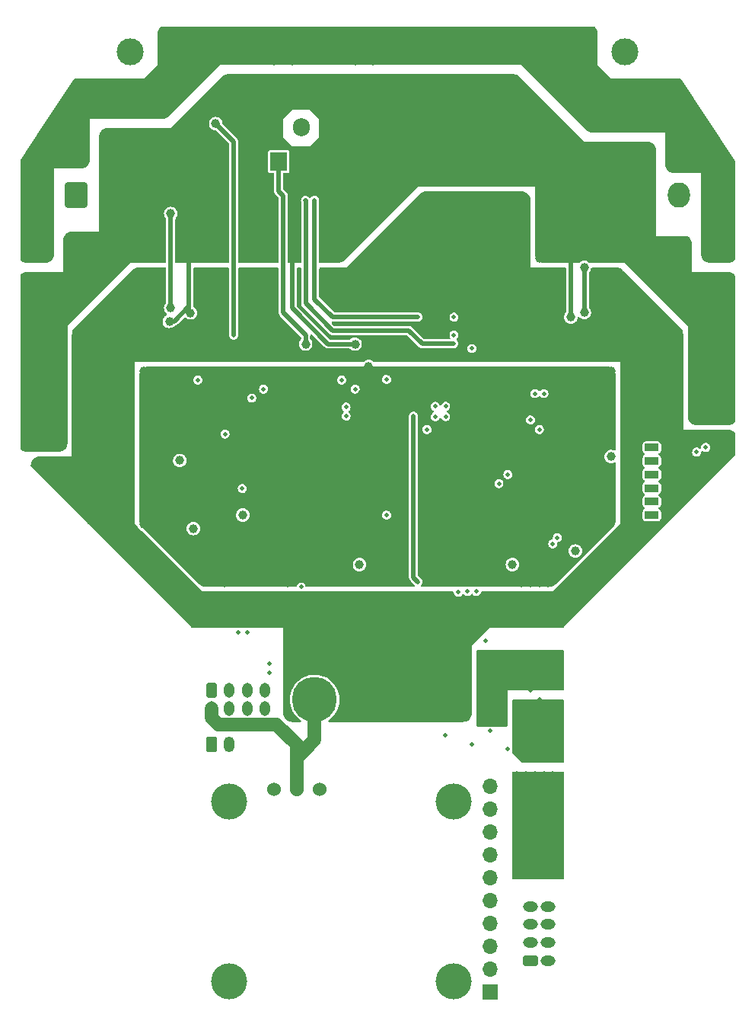
<source format=gbr>
G04 #@! TF.GenerationSoftware,KiCad,Pcbnew,(6.0.8)*
G04 #@! TF.CreationDate,2022-10-28T20:08:30+09:00*
G04 #@! TF.ProjectId,ORION_boost_v2,4f52494f-4e5f-4626-9f6f-73745f76322e,rev?*
G04 #@! TF.SameCoordinates,Original*
G04 #@! TF.FileFunction,Copper,L2,Inr*
G04 #@! TF.FilePolarity,Positive*
%FSLAX46Y46*%
G04 Gerber Fmt 4.6, Leading zero omitted, Abs format (unit mm)*
G04 Created by KiCad (PCBNEW (6.0.8)) date 2022-10-28 20:08:30*
%MOMM*%
%LPD*%
G01*
G04 APERTURE LIST*
G04 Aperture macros list*
%AMRoundRect*
0 Rectangle with rounded corners*
0 $1 Rounding radius*
0 $2 $3 $4 $5 $6 $7 $8 $9 X,Y pos of 4 corners*
0 Add a 4 corners polygon primitive as box body*
4,1,4,$2,$3,$4,$5,$6,$7,$8,$9,$2,$3,0*
0 Add four circle primitives for the rounded corners*
1,1,$1+$1,$2,$3*
1,1,$1+$1,$4,$5*
1,1,$1+$1,$6,$7*
1,1,$1+$1,$8,$9*
0 Add four rect primitives between the rounded corners*
20,1,$1+$1,$2,$3,$4,$5,0*
20,1,$1+$1,$4,$5,$6,$7,0*
20,1,$1+$1,$6,$7,$8,$9,0*
20,1,$1+$1,$8,$9,$2,$3,0*%
G04 Aperture macros list end*
G04 #@! TA.AperFunction,ComponentPad*
%ADD10RoundRect,0.250000X-0.980000X-1.150000X0.980000X-1.150000X0.980000X1.150000X-0.980000X1.150000X0*%
G04 #@! TD*
G04 #@! TA.AperFunction,ComponentPad*
%ADD11O,2.460000X2.800000*%
G04 #@! TD*
G04 #@! TA.AperFunction,ComponentPad*
%ADD12R,3.800000X3.800000*%
G04 #@! TD*
G04 #@! TA.AperFunction,ComponentPad*
%ADD13C,3.800000*%
G04 #@! TD*
G04 #@! TA.AperFunction,ComponentPad*
%ADD14RoundRect,0.250000X-0.350000X-0.575000X0.350000X-0.575000X0.350000X0.575000X-0.350000X0.575000X0*%
G04 #@! TD*
G04 #@! TA.AperFunction,ComponentPad*
%ADD15O,1.200000X1.650000*%
G04 #@! TD*
G04 #@! TA.AperFunction,ComponentPad*
%ADD16RoundRect,0.250000X0.575000X-0.350000X0.575000X0.350000X-0.575000X0.350000X-0.575000X-0.350000X0*%
G04 #@! TD*
G04 #@! TA.AperFunction,ComponentPad*
%ADD17O,1.650000X1.200000*%
G04 #@! TD*
G04 #@! TA.AperFunction,ComponentPad*
%ADD18R,1.700000X1.700000*%
G04 #@! TD*
G04 #@! TA.AperFunction,ComponentPad*
%ADD19O,1.700000X1.700000*%
G04 #@! TD*
G04 #@! TA.AperFunction,ComponentPad*
%ADD20C,5.000000*%
G04 #@! TD*
G04 #@! TA.AperFunction,ComponentPad*
%ADD21RoundRect,0.500000X-0.500000X2.000000X-0.500000X-2.000000X0.500000X-2.000000X0.500000X2.000000X0*%
G04 #@! TD*
G04 #@! TA.AperFunction,ComponentPad*
%ADD22R,2.000000X2.000000*%
G04 #@! TD*
G04 #@! TA.AperFunction,ComponentPad*
%ADD23C,2.000000*%
G04 #@! TD*
G04 #@! TA.AperFunction,ComponentPad*
%ADD24RoundRect,0.250000X0.980000X1.150000X-0.980000X1.150000X-0.980000X-1.150000X0.980000X-1.150000X0*%
G04 #@! TD*
G04 #@! TA.AperFunction,ComponentPad*
%ADD25RoundRect,0.225000X-0.575000X0.225000X-0.575000X-0.225000X0.575000X-0.225000X0.575000X0.225000X0*%
G04 #@! TD*
G04 #@! TA.AperFunction,ComponentPad*
%ADD26C,1.524000*%
G04 #@! TD*
G04 #@! TA.AperFunction,ComponentPad*
%ADD27RoundRect,0.250000X-0.350000X-0.625000X0.350000X-0.625000X0.350000X0.625000X-0.350000X0.625000X0*%
G04 #@! TD*
G04 #@! TA.AperFunction,ComponentPad*
%ADD28O,1.200000X1.750000*%
G04 #@! TD*
G04 #@! TA.AperFunction,ComponentPad*
%ADD29R,1.905000X2.000000*%
G04 #@! TD*
G04 #@! TA.AperFunction,ComponentPad*
%ADD30O,1.905000X2.000000*%
G04 #@! TD*
G04 #@! TA.AperFunction,ComponentPad*
%ADD31C,2.200000*%
G04 #@! TD*
G04 #@! TA.AperFunction,ViaPad*
%ADD32C,1.000000*%
G04 #@! TD*
G04 #@! TA.AperFunction,ViaPad*
%ADD33C,3.000000*%
G04 #@! TD*
G04 #@! TA.AperFunction,ViaPad*
%ADD34C,4.000000*%
G04 #@! TD*
G04 #@! TA.AperFunction,ViaPad*
%ADD35C,0.500000*%
G04 #@! TD*
G04 #@! TA.AperFunction,Conductor*
%ADD36C,0.500000*%
G04 #@! TD*
G04 #@! TA.AperFunction,Conductor*
%ADD37C,1.500000*%
G04 #@! TD*
G04 APERTURE END LIST*
D10*
X158520000Y-74950000D03*
D11*
X162480000Y-74950000D03*
D12*
X88000000Y-88000000D03*
D13*
X93000000Y-88000000D03*
D14*
X106500000Y-124000000D03*
D15*
X106500000Y-126000000D03*
X108500000Y-124000000D03*
X108500000Y-126000000D03*
X110500000Y-124000000D03*
X110500000Y-126000000D03*
X112500000Y-124000000D03*
X112500000Y-126000000D03*
D16*
X142000000Y-154000000D03*
D17*
X144000000Y-154000000D03*
X142000000Y-152000000D03*
X144000000Y-152000000D03*
X142000000Y-150000000D03*
X144000000Y-150000000D03*
X142000000Y-148000000D03*
X144000000Y-148000000D03*
D18*
X137500000Y-157500000D03*
D19*
X137500000Y-154960000D03*
X137500000Y-152420000D03*
X137500000Y-149880000D03*
X137500000Y-147340000D03*
X137500000Y-144800000D03*
X137500000Y-142260000D03*
X137500000Y-139720000D03*
X137500000Y-137180000D03*
X137500000Y-134640000D03*
D20*
X142500000Y-142500000D03*
D12*
X162000000Y-92500000D03*
D13*
X157000000Y-92500000D03*
D21*
X142500000Y-129250000D03*
X142500000Y-136750000D03*
D20*
X118000000Y-125000000D03*
D22*
X157132323Y-84500000D03*
D23*
X162132323Y-84500000D03*
D24*
X91480000Y-75050000D03*
D11*
X87520000Y-75050000D03*
D22*
X93000000Y-96000000D03*
D23*
X88000000Y-96000000D03*
D25*
X155500000Y-97000000D03*
X155500000Y-98500000D03*
X155500000Y-100000000D03*
X155500000Y-101500000D03*
X155500000Y-103000000D03*
X155500000Y-104500000D03*
D26*
X113460000Y-135000000D03*
X116000000Y-135000000D03*
X118540000Y-135000000D03*
D27*
X106500000Y-130000000D03*
D28*
X108500000Y-130000000D03*
D24*
X91480000Y-68950000D03*
D11*
X87520000Y-68950000D03*
D29*
X114000000Y-65217500D03*
D30*
X116540000Y-61407500D03*
X119080000Y-65217500D03*
D31*
X111500000Y-66500000D03*
X111500000Y-51500000D03*
D24*
X162480000Y-68950000D03*
D11*
X158520000Y-68950000D03*
D32*
X88500000Y-62000000D03*
X88500000Y-63000000D03*
X88500000Y-64000000D03*
X88500000Y-65000000D03*
X88500000Y-66000000D03*
X161500000Y-62000000D03*
X161500000Y-63000000D03*
X161500000Y-64000000D03*
X161500000Y-65000000D03*
X161500000Y-66000000D03*
D33*
X152500000Y-53000000D03*
D34*
X108500000Y-156300000D03*
X108500000Y-136300000D03*
D33*
X97500000Y-53000000D03*
D34*
X133500000Y-156300000D03*
X133500000Y-136300000D03*
D32*
X141500000Y-120000000D03*
X138500000Y-127000000D03*
X138500000Y-120000000D03*
X144500000Y-121500000D03*
X140500000Y-120000000D03*
X138500000Y-125000000D03*
X136500000Y-126000000D03*
X139500000Y-120000000D03*
X141500000Y-121500000D03*
X144500000Y-120000000D03*
X136500000Y-125000000D03*
X136500000Y-127000000D03*
X137500000Y-121500000D03*
X142500000Y-121500000D03*
X143500000Y-121500000D03*
D35*
X142000000Y-124000000D03*
D32*
X142500000Y-120000000D03*
X138500000Y-121500000D03*
X138500000Y-126000000D03*
X140500000Y-121500000D03*
X139500000Y-121500000D03*
X137500000Y-120000000D03*
X143500000Y-120000000D03*
D35*
X137500000Y-128500000D03*
X135000000Y-113000000D03*
D32*
X119500000Y-72000000D03*
X122500000Y-85500000D03*
X104000000Y-66000000D03*
X105000000Y-65000000D03*
X106000000Y-73000000D03*
X143000000Y-76000000D03*
X112000000Y-68000000D03*
X104000000Y-68000000D03*
X108000000Y-72000000D03*
X143000000Y-75000000D03*
X86000000Y-84000000D03*
X112000000Y-69000000D03*
X146000000Y-88500000D03*
X120500000Y-70000000D03*
X146000000Y-66000000D03*
X120500000Y-71000000D03*
X107000000Y-66000000D03*
D35*
X160500000Y-97500000D03*
D32*
X144000000Y-75000000D03*
X86000000Y-82000000D03*
X143000000Y-72000000D03*
X122500000Y-74000000D03*
X108000000Y-64000000D03*
X108000000Y-67000000D03*
X148000000Y-88500000D03*
X119500000Y-69000000D03*
X102000000Y-88500000D03*
X144000000Y-112000000D03*
X164000000Y-83000000D03*
X106000000Y-75000000D03*
X107000000Y-70000000D03*
X107000000Y-74000000D03*
X151000000Y-89500000D03*
X108000000Y-69000000D03*
X164000000Y-78000000D03*
X121500000Y-70000000D03*
X119500000Y-70000000D03*
X141000000Y-112000000D03*
X115000000Y-105000000D03*
X163000000Y-78000000D03*
X99000000Y-88500000D03*
X106000000Y-76000000D03*
X144000000Y-76000000D03*
X104000000Y-67000000D03*
X121500000Y-73000000D03*
X145000000Y-97000000D03*
X119472536Y-111972536D03*
X147000000Y-67000000D03*
X99000000Y-99500000D03*
X105000000Y-72000000D03*
X111000000Y-64000000D03*
X108000000Y-70000000D03*
X99000000Y-105500000D03*
X104000000Y-73000000D03*
X110000000Y-67000000D03*
X106000000Y-66000000D03*
X108000000Y-74000000D03*
X106000000Y-72000000D03*
X120500000Y-75000000D03*
X162000000Y-78000000D03*
X151000000Y-93500000D03*
X107000000Y-76000000D03*
X120500000Y-76000000D03*
X112000000Y-65000000D03*
X151000000Y-103000000D03*
X107000000Y-73000000D03*
X145000000Y-69000000D03*
X101838578Y-82972169D03*
X144000000Y-73000000D03*
X103000000Y-67000000D03*
X86000000Y-78000000D03*
X119500000Y-73000000D03*
X147500000Y-94500000D03*
D35*
X133500000Y-84500000D03*
D32*
X145000000Y-63000000D03*
X120500000Y-72000000D03*
X146000000Y-93000000D03*
X117500000Y-105000000D03*
X120500000Y-73000000D03*
X107000000Y-68000000D03*
X103000000Y-66000000D03*
X104000000Y-64000000D03*
X145000000Y-70000000D03*
X125000000Y-91500000D03*
X104000000Y-72000000D03*
X88000000Y-78000000D03*
X146000000Y-64000000D03*
X120500000Y-67000000D03*
X151000000Y-92500000D03*
X107000000Y-75000000D03*
X104000000Y-75000000D03*
X111000000Y-65000000D03*
X147000000Y-66000000D03*
X147000000Y-68000000D03*
X143000000Y-73000000D03*
X99000000Y-98500000D03*
X107000000Y-72000000D03*
X115000000Y-94500000D03*
X105000000Y-74000000D03*
X107000000Y-65000000D03*
X105000000Y-64000000D03*
X108000000Y-68000000D03*
X146000000Y-67000000D03*
X111000000Y-68000000D03*
X110000000Y-68000000D03*
X107000000Y-67000000D03*
X164000000Y-82000000D03*
X86000000Y-81000000D03*
X110000000Y-65000000D03*
X151000000Y-105000000D03*
X99000000Y-95500000D03*
X103000000Y-65000000D03*
X105000000Y-75000000D03*
X99000000Y-97500000D03*
X145000000Y-64000000D03*
X144000000Y-71000000D03*
X108000000Y-112000000D03*
X108000000Y-75000000D03*
X103000000Y-95000000D03*
X144000000Y-72000000D03*
X151000000Y-104000000D03*
X99000000Y-101500000D03*
X108000000Y-73000000D03*
X106000000Y-65000000D03*
X111000000Y-69000000D03*
X115000000Y-112000000D03*
X124000000Y-88000000D03*
X146000000Y-71000000D03*
X145000000Y-73000000D03*
X120500000Y-68000000D03*
X142000000Y-112000000D03*
X108000000Y-65000000D03*
X106000000Y-74000000D03*
X107000000Y-69000000D03*
X146000000Y-63000000D03*
X121500000Y-71000000D03*
X87000000Y-78000000D03*
X146000000Y-69000000D03*
X99000000Y-104500000D03*
X147000000Y-64000000D03*
X147000000Y-88500000D03*
X147000000Y-71000000D03*
X151000000Y-88500000D03*
X146000000Y-65000000D03*
X120500000Y-69000000D03*
X99000000Y-102500000D03*
X107000000Y-71000000D03*
X146000000Y-70000000D03*
X104000000Y-65000000D03*
X86000000Y-83000000D03*
X151000000Y-91500000D03*
X150000000Y-88500000D03*
X146000000Y-62000000D03*
X89000000Y-78000000D03*
X119500000Y-74000000D03*
X119500000Y-71000000D03*
X124000000Y-105000000D03*
X104161422Y-82027831D03*
X144000000Y-74000000D03*
X147000000Y-63000000D03*
X105000000Y-76000000D03*
X105000000Y-66000000D03*
X151000000Y-90500000D03*
X121500000Y-69000000D03*
X145000000Y-72000000D03*
X164000000Y-81000000D03*
X99000000Y-89500000D03*
X121500000Y-75000000D03*
X110000000Y-69000000D03*
X121500000Y-72000000D03*
X149000000Y-88500000D03*
X145000000Y-62000000D03*
X112000000Y-64000000D03*
X86000000Y-79000000D03*
X105000000Y-73000000D03*
X106000000Y-67000000D03*
X103000000Y-64000000D03*
X103000000Y-88500000D03*
X108000000Y-76000000D03*
X106000000Y-64000000D03*
X99000000Y-100500000D03*
X145000000Y-68000000D03*
X122500000Y-73000000D03*
D35*
X133500000Y-82500000D03*
D32*
X120500000Y-74000000D03*
X105000000Y-68000000D03*
X99000000Y-96500000D03*
X86000000Y-80000000D03*
X106000000Y-70000000D03*
X105000000Y-67000000D03*
X140500000Y-99500000D03*
X103000000Y-68000000D03*
X121500000Y-74000000D03*
X147000000Y-65000000D03*
X106000000Y-71000000D03*
X108000000Y-71000000D03*
X145000000Y-74000000D03*
X145000000Y-71000000D03*
X145000000Y-67000000D03*
X107000000Y-64000000D03*
X119500000Y-75000000D03*
X99000000Y-92500000D03*
X104000000Y-74000000D03*
X106000000Y-68000000D03*
X164000000Y-79000000D03*
X101000000Y-88500000D03*
X164000000Y-80000000D03*
X100000000Y-88500000D03*
X134000000Y-92000000D03*
X99000000Y-103500000D03*
X151000000Y-94500000D03*
X110000000Y-66000000D03*
X106000000Y-69000000D03*
D35*
X125175000Y-101000000D03*
D32*
X123000000Y-92500000D03*
X117500000Y-102000000D03*
X148000000Y-72500000D03*
X147000000Y-69000000D03*
X110000000Y-64000000D03*
X99000000Y-93500000D03*
X145000000Y-75000000D03*
X145000000Y-65000000D03*
X143000000Y-74000000D03*
X99000000Y-94500000D03*
X99000000Y-90500000D03*
X143000000Y-112000000D03*
X146000000Y-68000000D03*
X146500000Y-82500000D03*
X147000000Y-70000000D03*
D35*
X127000000Y-99000000D03*
D32*
X99000000Y-91500000D03*
X86000000Y-85000000D03*
X161000000Y-78000000D03*
X145000000Y-66000000D03*
X104000000Y-76000000D03*
X122500000Y-72000000D03*
X119500000Y-76000000D03*
X108000000Y-66000000D03*
D35*
X131425500Y-92425500D03*
D32*
X140000000Y-110000000D03*
X123000000Y-110000000D03*
D35*
X132574500Y-93574500D03*
X132574500Y-92425500D03*
X129500000Y-82500000D03*
X131425500Y-93574500D03*
X118000000Y-69500000D03*
X121000000Y-89500000D03*
X105000000Y-89500000D03*
D32*
X113500000Y-54000000D03*
X86500000Y-71000000D03*
X114500000Y-53000000D03*
X162500000Y-73000000D03*
X162500000Y-67000000D03*
X87500000Y-67000000D03*
X163500000Y-67000000D03*
X123500000Y-51000000D03*
X124500000Y-54000000D03*
X114500000Y-51000000D03*
X163500000Y-73000000D03*
X161500000Y-67000000D03*
X87500000Y-71000000D03*
X88500000Y-73000000D03*
X162500000Y-72000000D03*
X161500000Y-73000000D03*
X87500000Y-73000000D03*
X88500000Y-72000000D03*
X122500000Y-52000000D03*
X161500000Y-72000000D03*
X86500000Y-72000000D03*
X86500000Y-67000000D03*
X86500000Y-73000000D03*
X115500000Y-52000000D03*
X123500000Y-53000000D03*
X122500000Y-54000000D03*
X115500000Y-54000000D03*
X88500000Y-67000000D03*
X163500000Y-71000000D03*
X113500000Y-52000000D03*
X124500000Y-52000000D03*
X161500000Y-71000000D03*
X87500000Y-72000000D03*
X162500000Y-71000000D03*
X88500000Y-71000000D03*
X163500000Y-72000000D03*
X148000000Y-77000000D03*
X148000000Y-82000000D03*
X102000000Y-81500000D03*
X102000000Y-71000000D03*
X107000000Y-61000000D03*
D35*
X109000000Y-84500000D03*
X112325000Y-90500000D03*
X122500000Y-90500000D03*
X116985214Y-69542247D03*
X133459953Y-85470709D03*
D32*
X129000000Y-118000000D03*
X125000000Y-124000000D03*
X141000000Y-70500000D03*
X132000000Y-72500000D03*
X126000000Y-125000000D03*
X132000000Y-124000000D03*
X139000000Y-71500000D03*
X133000000Y-125000000D03*
X134000000Y-124000000D03*
X126000000Y-120000000D03*
X129000000Y-71500000D03*
X129000000Y-127000000D03*
X126000000Y-123000000D03*
X125000000Y-122000000D03*
X124000000Y-125000000D03*
X128000000Y-122000000D03*
X128000000Y-123000000D03*
X133000000Y-72500000D03*
X132000000Y-126000000D03*
X139000000Y-70500000D03*
X128000000Y-120000000D03*
X134000000Y-120000000D03*
X130000000Y-125000000D03*
X127000000Y-123000000D03*
X136000000Y-71500000D03*
X133000000Y-124000000D03*
X128000000Y-118000000D03*
X132000000Y-125000000D03*
X134000000Y-70500000D03*
X127000000Y-125000000D03*
X130000000Y-118000000D03*
X133000000Y-118000000D03*
X131000000Y-71500000D03*
X135000000Y-72500000D03*
X140000000Y-69500000D03*
X135000000Y-70500000D03*
X125000000Y-123000000D03*
X130000000Y-72500000D03*
X128000000Y-119000000D03*
X124000000Y-120000000D03*
X129000000Y-72500000D03*
X127000000Y-121000000D03*
X126000000Y-119000000D03*
X129000000Y-125000000D03*
D35*
X139500000Y-130500000D03*
D32*
X126000000Y-122000000D03*
X125000000Y-121000000D03*
X140000000Y-70500000D03*
X132000000Y-69500000D03*
X128000000Y-72500000D03*
X128000000Y-125000000D03*
X137000000Y-72500000D03*
X138000000Y-72500000D03*
X125000000Y-125000000D03*
X131000000Y-69500000D03*
X125000000Y-127000000D03*
X138000000Y-69500000D03*
X127000000Y-118000000D03*
X125000000Y-119000000D03*
X124000000Y-126000000D03*
X130000000Y-127000000D03*
X130000000Y-70500000D03*
X133000000Y-70500000D03*
X136000000Y-72500000D03*
X133000000Y-127000000D03*
X130000000Y-126000000D03*
X124000000Y-127000000D03*
X124000000Y-123000000D03*
X128000000Y-121000000D03*
X134000000Y-69500000D03*
X124000000Y-118000000D03*
X133000000Y-126000000D03*
X137000000Y-70500000D03*
X126000000Y-127000000D03*
X131000000Y-118000000D03*
X124000000Y-124000000D03*
X138000000Y-71500000D03*
X131000000Y-127000000D03*
X124000000Y-119000000D03*
X134000000Y-122000000D03*
X131000000Y-125000000D03*
X125000000Y-126000000D03*
X133000000Y-69500000D03*
X127000000Y-124000000D03*
X137000000Y-69500000D03*
X135974091Y-70482363D03*
X124000000Y-122000000D03*
X137000000Y-71500000D03*
X134000000Y-71500000D03*
X134000000Y-121000000D03*
X134000000Y-126000000D03*
X139000000Y-69500000D03*
X127000000Y-122000000D03*
X129000000Y-124000000D03*
X134000000Y-118000000D03*
X131000000Y-72500000D03*
X131000000Y-124000000D03*
X130000000Y-124000000D03*
X138000000Y-70500000D03*
X132000000Y-71500000D03*
X131000000Y-126000000D03*
X129000000Y-126000000D03*
X132000000Y-118000000D03*
X136000000Y-69500000D03*
X132000000Y-70500000D03*
X131000000Y-70500000D03*
X124000000Y-121000000D03*
X132000000Y-127000000D03*
X128000000Y-126000000D03*
X127000000Y-120000000D03*
X126000000Y-118000000D03*
X141000000Y-69500000D03*
X125000000Y-120000000D03*
X133000000Y-71500000D03*
X128000000Y-124000000D03*
X126000000Y-124000000D03*
X127000000Y-126000000D03*
X128000000Y-127000000D03*
X134000000Y-123000000D03*
X134000000Y-127000000D03*
X127000000Y-119000000D03*
X126000000Y-126000000D03*
X140000000Y-71500000D03*
X134000000Y-119000000D03*
X126000000Y-121000000D03*
X127000000Y-127000000D03*
X125000000Y-118000000D03*
X135000000Y-69500000D03*
X130000000Y-71500000D03*
D35*
X116500000Y-112500000D03*
D32*
X134000000Y-72500000D03*
X134000000Y-125000000D03*
X135000000Y-71500000D03*
X139000000Y-72500000D03*
X151000000Y-98000000D03*
X103000000Y-98434000D03*
X110000000Y-104500000D03*
D35*
X121500000Y-92500000D03*
X111000000Y-91500000D03*
X144500000Y-107699500D03*
X110500000Y-117500000D03*
X145000000Y-107000000D03*
X109500000Y-117500000D03*
X130500000Y-95000000D03*
X161500000Y-97000000D03*
X126001039Y-89425555D03*
X135500000Y-86000000D03*
X143500000Y-91000000D03*
X142500000Y-91000000D03*
X142000000Y-93925500D03*
X143000000Y-95000000D03*
D32*
X140500000Y-137500000D03*
X142500000Y-139500000D03*
X140500000Y-139500000D03*
X144500000Y-135500000D03*
X140500000Y-138500000D03*
X144500000Y-134500000D03*
X142500000Y-133500000D03*
X141500000Y-139500000D03*
X143500000Y-133500000D03*
X140500000Y-135500000D03*
X141500000Y-133500000D03*
X140500000Y-136500000D03*
X143500000Y-139500000D03*
X144500000Y-139500000D03*
X144500000Y-138500000D03*
X144500000Y-133500000D03*
X140500000Y-134500000D03*
X144500000Y-137500000D03*
X144500000Y-136500000D03*
X140500000Y-133500000D03*
D35*
X109954303Y-101545697D03*
X138500000Y-101000000D03*
D32*
X117000000Y-85500000D03*
D35*
X108025000Y-95500000D03*
X121500000Y-93500000D03*
X113000000Y-121000000D03*
X113000000Y-122000000D03*
D32*
X147000000Y-108500000D03*
X104500000Y-106000000D03*
D35*
X137000000Y-118500000D03*
X134000000Y-113074500D03*
D32*
X143500000Y-126500000D03*
X144500000Y-130500000D03*
X144500000Y-131500000D03*
D35*
X136000000Y-113000000D03*
D32*
X142500000Y-126500000D03*
X140500000Y-128500000D03*
X144500000Y-128500000D03*
D35*
X143000000Y-125000000D03*
D32*
X144500000Y-129500000D03*
X140500000Y-129500000D03*
X140500000Y-130500000D03*
X140500000Y-127500000D03*
X144500000Y-127500000D03*
X140500000Y-126500000D03*
X144500000Y-126500000D03*
X141500000Y-126500000D03*
D35*
X129500000Y-111925500D03*
X129000000Y-93500000D03*
X126000000Y-104500000D03*
X139500000Y-100000000D03*
X135500000Y-130000000D03*
X132500000Y-129000000D03*
D36*
X146500000Y-74000000D02*
X148000000Y-72500000D01*
D37*
X116000000Y-130000000D02*
X116000000Y-135000000D01*
D36*
X115500000Y-81500000D02*
X115500000Y-68000000D01*
D37*
X106500000Y-126000000D02*
X106500000Y-127000000D01*
D36*
X104000000Y-81866409D02*
X104161422Y-82027831D01*
D37*
X118000000Y-129500000D02*
X116000000Y-131500000D01*
D36*
X146500000Y-82500000D02*
X146500000Y-74000000D01*
D37*
X113775000Y-127775000D02*
X116000000Y-130000000D01*
D36*
X105000000Y-76000000D02*
X105000000Y-75000000D01*
D37*
X107275000Y-127775000D02*
X113775000Y-127775000D01*
D36*
X104000000Y-81343503D02*
X104000000Y-81866409D01*
X102371334Y-82972169D02*
X104000000Y-81343503D01*
X101838578Y-82972169D02*
X102371334Y-82972169D01*
X119500000Y-85500000D02*
X115500000Y-81500000D01*
X115500000Y-68000000D02*
X118282500Y-65217500D01*
X122500000Y-85500000D02*
X119500000Y-85500000D01*
X118282500Y-65217500D02*
X119080000Y-65217500D01*
D37*
X118000000Y-125000000D02*
X118000000Y-129500000D01*
X106500000Y-127000000D02*
X107275000Y-127775000D01*
D36*
X104000000Y-81343503D02*
X104000000Y-76000000D01*
X118000000Y-80500000D02*
X120000000Y-82500000D01*
X118000000Y-69500000D02*
X118000000Y-80500000D01*
X120000000Y-82500000D02*
X129500000Y-82500000D01*
X148000000Y-82000000D02*
X148000000Y-77000000D01*
X102000000Y-71000000D02*
X102000000Y-81500000D01*
X109000000Y-63000000D02*
X109000000Y-84500000D01*
X107000000Y-61000000D02*
X109000000Y-63000000D01*
X128500000Y-84000000D02*
X129970709Y-85470709D01*
X120000000Y-84000000D02*
X128500000Y-84000000D01*
X116985214Y-69542247D02*
X117000000Y-69557033D01*
X117000000Y-81000000D02*
X120000000Y-84000000D01*
X117000000Y-69557033D02*
X117000000Y-81000000D01*
X129970709Y-85470709D02*
X133459953Y-85470709D01*
X114500000Y-82000000D02*
X114500000Y-69000000D01*
X114000000Y-68500000D02*
X114000000Y-65217500D01*
X117000000Y-85500000D02*
X117000000Y-84500000D01*
X117000000Y-84500000D02*
X114500000Y-82000000D01*
X114500000Y-69000000D02*
X114000000Y-68500000D01*
X129000000Y-111425500D02*
X129000000Y-93500000D01*
X129500000Y-111925500D02*
X129000000Y-111425500D01*
G04 #@! TA.AperFunction,Conductor*
G36*
X140091949Y-55500607D02*
G01*
X140268527Y-55517999D01*
X140292744Y-55522815D01*
X140456596Y-55572518D01*
X140479416Y-55581971D01*
X140630412Y-55662680D01*
X140650950Y-55676403D01*
X140788114Y-55788971D01*
X140797275Y-55797275D01*
X148000000Y-63000000D01*
X154993813Y-63000000D01*
X155006163Y-63000607D01*
X155182740Y-63017999D01*
X155206957Y-63022815D01*
X155370809Y-63072518D01*
X155393629Y-63081971D01*
X155544631Y-63162683D01*
X155565158Y-63176399D01*
X155697521Y-63285026D01*
X155714974Y-63302479D01*
X155823601Y-63434842D01*
X155837319Y-63455372D01*
X155918029Y-63606371D01*
X155927482Y-63629190D01*
X155977185Y-63793043D01*
X155982002Y-63817263D01*
X155999393Y-63993837D01*
X156000000Y-64006187D01*
X156000000Y-73500000D01*
X158993813Y-73500000D01*
X159006163Y-73500607D01*
X159182740Y-73517999D01*
X159206957Y-73522815D01*
X159370809Y-73572518D01*
X159393629Y-73581971D01*
X159544631Y-73662683D01*
X159565158Y-73676399D01*
X159697521Y-73785026D01*
X159714974Y-73802479D01*
X159823601Y-73934842D01*
X159837319Y-73955372D01*
X159918029Y-74106371D01*
X159927482Y-74129190D01*
X159977185Y-74293043D01*
X159982002Y-74317263D01*
X159999393Y-74493837D01*
X160000000Y-74506187D01*
X160000000Y-77500000D01*
X163993813Y-77500000D01*
X164006163Y-77500607D01*
X164182740Y-77517999D01*
X164206957Y-77522815D01*
X164370809Y-77572518D01*
X164393629Y-77581971D01*
X164544631Y-77662683D01*
X164565158Y-77676399D01*
X164697515Y-77785021D01*
X164714977Y-77802484D01*
X164720899Y-77809700D01*
X164748653Y-77875047D01*
X164749500Y-77889633D01*
X164749500Y-94110367D01*
X164729498Y-94178488D01*
X164720899Y-94190300D01*
X164714977Y-94197516D01*
X164697515Y-94214979D01*
X164565158Y-94323601D01*
X164544631Y-94337317D01*
X164452417Y-94386607D01*
X164393629Y-94418029D01*
X164370810Y-94427482D01*
X164206957Y-94477185D01*
X164182740Y-94482001D01*
X164006163Y-94499393D01*
X163993813Y-94500000D01*
X160506187Y-94500000D01*
X160493837Y-94499393D01*
X160317260Y-94482001D01*
X160293043Y-94477185D01*
X160129190Y-94427482D01*
X160106371Y-94418029D01*
X160047583Y-94386607D01*
X159955369Y-94337317D01*
X159934842Y-94323601D01*
X159802479Y-94214974D01*
X159785026Y-94197521D01*
X159676399Y-94065158D01*
X159662681Y-94044628D01*
X159581971Y-93893629D01*
X159572518Y-93870809D01*
X159522815Y-93706957D01*
X159517998Y-93682737D01*
X159500607Y-93506163D01*
X159500000Y-93493813D01*
X159500000Y-83500000D01*
X152500000Y-76500000D01*
X148613669Y-76500000D01*
X148545548Y-76479998D01*
X148524263Y-76462784D01*
X148478205Y-76416403D01*
X148478201Y-76416400D01*
X148473242Y-76411406D01*
X148331079Y-76321187D01*
X148172462Y-76264706D01*
X148165474Y-76263873D01*
X148165471Y-76263872D01*
X148072300Y-76252762D01*
X148005273Y-76244769D01*
X147998270Y-76245505D01*
X147998269Y-76245505D01*
X147952712Y-76250293D01*
X147837821Y-76262369D01*
X147831155Y-76264638D01*
X147831152Y-76264639D01*
X147685098Y-76314360D01*
X147685095Y-76314361D01*
X147678431Y-76316630D01*
X147672436Y-76320318D01*
X147672432Y-76320320D01*
X147541021Y-76401165D01*
X147541019Y-76401167D01*
X147535022Y-76404856D01*
X147481401Y-76457366D01*
X147474603Y-76464023D01*
X147411938Y-76497394D01*
X147386445Y-76500000D01*
X143506187Y-76500000D01*
X143493837Y-76499393D01*
X143473541Y-76497394D01*
X143317260Y-76482001D01*
X143293043Y-76477185D01*
X143129190Y-76427482D01*
X143106371Y-76418029D01*
X143023998Y-76374000D01*
X142955369Y-76337317D01*
X142934842Y-76323601D01*
X142802479Y-76214974D01*
X142785026Y-76197521D01*
X142676399Y-76065158D01*
X142662681Y-76044628D01*
X142581971Y-75893629D01*
X142572518Y-75870809D01*
X142522815Y-75706957D01*
X142517998Y-75682737D01*
X142500607Y-75506163D01*
X142500000Y-75493813D01*
X142500000Y-68000000D01*
X129500000Y-68000000D01*
X121297275Y-76202725D01*
X121288114Y-76211029D01*
X121150950Y-76323597D01*
X121130412Y-76337320D01*
X120979416Y-76418029D01*
X120956597Y-76427482D01*
X120792744Y-76477185D01*
X120768527Y-76482001D01*
X120612245Y-76497394D01*
X120591949Y-76499393D01*
X120579599Y-76500000D01*
X118626500Y-76500000D01*
X118558379Y-76479998D01*
X118511886Y-76426342D01*
X118500500Y-76374000D01*
X118500500Y-69552576D01*
X118502246Y-69531671D01*
X118505496Y-69512354D01*
X118505647Y-69500000D01*
X118491796Y-69403279D01*
X118486596Y-69366968D01*
X118486595Y-69366965D01*
X118485323Y-69358082D01*
X118425984Y-69227572D01*
X118397843Y-69194913D01*
X118338260Y-69125763D01*
X118338257Y-69125760D01*
X118332400Y-69118963D01*
X118212095Y-69040985D01*
X118074739Y-68999907D01*
X118065763Y-68999852D01*
X118065762Y-68999852D01*
X118005555Y-68999484D01*
X117931376Y-68999031D01*
X117793529Y-69038428D01*
X117672280Y-69114930D01*
X117579961Y-69219462D01*
X117579960Y-69219463D01*
X117578807Y-69220769D01*
X117577377Y-69222388D01*
X117576955Y-69222015D01*
X117527791Y-69263763D01*
X117457419Y-69273165D01*
X117393136Y-69243029D01*
X117382864Y-69232594D01*
X117381478Y-69230697D01*
X117370735Y-69219954D01*
X117364377Y-69213107D01*
X117338259Y-69182796D01*
X117332400Y-69175996D01*
X117329320Y-69174000D01*
X117324165Y-69168813D01*
X117317614Y-69161210D01*
X117275359Y-69133821D01*
X117268328Y-69128916D01*
X117235221Y-69104104D01*
X117235220Y-69104103D01*
X117228038Y-69098721D01*
X117219633Y-69095570D01*
X117212365Y-69091591D01*
X117204843Y-69088115D01*
X117197309Y-69083232D01*
X117172856Y-69075919D01*
X117149081Y-69068809D01*
X117140954Y-69066074D01*
X117102202Y-69051547D01*
X117093794Y-69048395D01*
X117084837Y-69047729D01*
X117076749Y-69045951D01*
X117068554Y-69044726D01*
X117059953Y-69042154D01*
X117050980Y-69042099D01*
X117050979Y-69042099D01*
X117009602Y-69041846D01*
X117001037Y-69041502D01*
X116959774Y-69038436D01*
X116959773Y-69038436D01*
X116950822Y-69037771D01*
X116942044Y-69039645D01*
X116933758Y-69040210D01*
X116925562Y-69041333D01*
X116916590Y-69041278D01*
X116868154Y-69055122D01*
X116859861Y-69057189D01*
X116845796Y-69060191D01*
X116819396Y-69065826D01*
X116819392Y-69065827D01*
X116810615Y-69067701D01*
X116802716Y-69071963D01*
X116794933Y-69074827D01*
X116787375Y-69078208D01*
X116778743Y-69080675D01*
X116736143Y-69107553D01*
X116728763Y-69111865D01*
X116692343Y-69131516D01*
X116692341Y-69131517D01*
X116684443Y-69135779D01*
X116678057Y-69142087D01*
X116671411Y-69147005D01*
X116665091Y-69152384D01*
X116657494Y-69157177D01*
X116651552Y-69163905D01*
X116651551Y-69163906D01*
X116624167Y-69194913D01*
X116618275Y-69201144D01*
X116582451Y-69236533D01*
X116578093Y-69244378D01*
X116573087Y-69250973D01*
X116568531Y-69257909D01*
X116562591Y-69264635D01*
X116558778Y-69272757D01*
X116558775Y-69272761D01*
X116541190Y-69310214D01*
X116537285Y-69317846D01*
X116518224Y-69352163D01*
X116512836Y-69361863D01*
X116510855Y-69370618D01*
X116507900Y-69378356D01*
X116505476Y-69386284D01*
X116501661Y-69394410D01*
X116500280Y-69403278D01*
X116500280Y-69403279D01*
X116493915Y-69444157D01*
X116492308Y-69452577D01*
X116483176Y-69492935D01*
X116483175Y-69492942D01*
X116481195Y-69501694D01*
X116481751Y-69510653D01*
X116481088Y-69518895D01*
X116480986Y-69527197D01*
X116479605Y-69536070D01*
X116480769Y-69544972D01*
X116480769Y-69544977D01*
X116486132Y-69585988D01*
X116486954Y-69594520D01*
X116488837Y-69624871D01*
X116490073Y-69644785D01*
X116493123Y-69653232D01*
X116494806Y-69661361D01*
X116494855Y-69661536D01*
X116494880Y-69661716D01*
X116494942Y-69662017D01*
X116494921Y-69662021D01*
X116495258Y-69664479D01*
X116497723Y-69674626D01*
X116498193Y-69678219D01*
X116497160Y-69678354D01*
X116499500Y-69695432D01*
X116499500Y-76374000D01*
X116479498Y-76442121D01*
X116425842Y-76488614D01*
X116373500Y-76500000D01*
X115126500Y-76500000D01*
X115058379Y-76479998D01*
X115011886Y-76426342D01*
X115000500Y-76374000D01*
X115000500Y-69070181D01*
X115001828Y-69058296D01*
X115001318Y-69058255D01*
X115002038Y-69049309D01*
X115004019Y-69040553D01*
X115000742Y-68987736D01*
X115000500Y-68979933D01*
X115000500Y-68964060D01*
X114999052Y-68953948D01*
X114998022Y-68943894D01*
X114995697Y-68906425D01*
X114995141Y-68897462D01*
X114992093Y-68889018D01*
X114991324Y-68885306D01*
X114987657Y-68870601D01*
X114986596Y-68866973D01*
X114985323Y-68858082D01*
X114966061Y-68815718D01*
X114962254Y-68806363D01*
X114949509Y-68771057D01*
X114949507Y-68771053D01*
X114946460Y-68762613D01*
X114941165Y-68755365D01*
X114939389Y-68752025D01*
X114931726Y-68738911D01*
X114929697Y-68735739D01*
X114925984Y-68727572D01*
X114920129Y-68720777D01*
X114920127Y-68720774D01*
X114895613Y-68692325D01*
X114889324Y-68684404D01*
X114884352Y-68677598D01*
X114881478Y-68673664D01*
X114870735Y-68662921D01*
X114864377Y-68656074D01*
X114838259Y-68625763D01*
X114832400Y-68618963D01*
X114824866Y-68614080D01*
X114818104Y-68608181D01*
X114818108Y-68608176D01*
X114807014Y-68599200D01*
X114537405Y-68329591D01*
X114503379Y-68267279D01*
X114500500Y-68240496D01*
X114500500Y-66594000D01*
X114520502Y-66525879D01*
X114574158Y-66479386D01*
X114626500Y-66468000D01*
X114977174Y-66468000D01*
X115050240Y-66453466D01*
X115133101Y-66398101D01*
X115188466Y-66315240D01*
X115203000Y-66242174D01*
X115203000Y-64192826D01*
X115188466Y-64119760D01*
X115133101Y-64036899D01*
X115050240Y-63981534D01*
X114977174Y-63967000D01*
X113022826Y-63967000D01*
X112949760Y-63981534D01*
X112866899Y-64036899D01*
X112811534Y-64119760D01*
X112797000Y-64192826D01*
X112797000Y-66242174D01*
X112811534Y-66315240D01*
X112866899Y-66398101D01*
X112949760Y-66453466D01*
X113022826Y-66468000D01*
X113373500Y-66468000D01*
X113441621Y-66488002D01*
X113488114Y-66541658D01*
X113499500Y-66594000D01*
X113499500Y-68429819D01*
X113498172Y-68441704D01*
X113498682Y-68441745D01*
X113497962Y-68450691D01*
X113495981Y-68459447D01*
X113496537Y-68468407D01*
X113499258Y-68512264D01*
X113499500Y-68520067D01*
X113499500Y-68535940D01*
X113500135Y-68540374D01*
X113500948Y-68546050D01*
X113501978Y-68556106D01*
X113504859Y-68602538D01*
X113507907Y-68610982D01*
X113508676Y-68614694D01*
X113512343Y-68629399D01*
X113513404Y-68633027D01*
X113514677Y-68641918D01*
X113533939Y-68684282D01*
X113537746Y-68693637D01*
X113550491Y-68728943D01*
X113550493Y-68728947D01*
X113553540Y-68737387D01*
X113558835Y-68744635D01*
X113560611Y-68747975D01*
X113568274Y-68761089D01*
X113570303Y-68764261D01*
X113574016Y-68772428D01*
X113579871Y-68779223D01*
X113579873Y-68779226D01*
X113604387Y-68807675D01*
X113610675Y-68815595D01*
X113618522Y-68826336D01*
X113629265Y-68837079D01*
X113635623Y-68843925D01*
X113667600Y-68881037D01*
X113675134Y-68885920D01*
X113681896Y-68891819D01*
X113681892Y-68891824D01*
X113692986Y-68900800D01*
X113962595Y-69170409D01*
X113996621Y-69232721D01*
X113999500Y-69259504D01*
X113999500Y-76374000D01*
X113979498Y-76442121D01*
X113925842Y-76488614D01*
X113873500Y-76500000D01*
X109626500Y-76500000D01*
X109558379Y-76479998D01*
X109511886Y-76426342D01*
X109500500Y-76374000D01*
X109500500Y-63070180D01*
X109501828Y-63058295D01*
X109501318Y-63058254D01*
X109502038Y-63049308D01*
X109504019Y-63040552D01*
X109500742Y-62987735D01*
X109500500Y-62979932D01*
X109500500Y-62964060D01*
X109499052Y-62953948D01*
X109498022Y-62943894D01*
X109495697Y-62906425D01*
X109495141Y-62897462D01*
X109492093Y-62889018D01*
X109491324Y-62885306D01*
X109487657Y-62870601D01*
X109486596Y-62866973D01*
X109485323Y-62858082D01*
X109466061Y-62815718D01*
X109462254Y-62806363D01*
X109449509Y-62771057D01*
X109449507Y-62771053D01*
X109446460Y-62762613D01*
X109441165Y-62755365D01*
X109439389Y-62752025D01*
X109431726Y-62738911D01*
X109429697Y-62735739D01*
X109425984Y-62727572D01*
X109420129Y-62720777D01*
X109420127Y-62720774D01*
X109395613Y-62692325D01*
X109389324Y-62684404D01*
X109384352Y-62677598D01*
X109381478Y-62673664D01*
X109370735Y-62662921D01*
X109364377Y-62656074D01*
X109338259Y-62625763D01*
X109332400Y-62618963D01*
X109324866Y-62614080D01*
X109318104Y-62608181D01*
X109318108Y-62608176D01*
X109307014Y-62599200D01*
X109207814Y-62500000D01*
X114500000Y-62500000D01*
X115500000Y-63500000D01*
X117500000Y-63500000D01*
X118500000Y-62500000D01*
X118500000Y-60500000D01*
X117500000Y-59500000D01*
X115500000Y-59500000D01*
X114500000Y-60500000D01*
X114500000Y-62500000D01*
X109207814Y-62500000D01*
X107791806Y-61083992D01*
X107757780Y-61021680D01*
X107755217Y-61002301D01*
X107755249Y-61000000D01*
X107736481Y-60832676D01*
X107681108Y-60673668D01*
X107591884Y-60530879D01*
X107583723Y-60522661D01*
X107478205Y-60416403D01*
X107478201Y-60416400D01*
X107473242Y-60411406D01*
X107331079Y-60321187D01*
X107172462Y-60264706D01*
X107165474Y-60263873D01*
X107165471Y-60263872D01*
X107072300Y-60252762D01*
X107005273Y-60244769D01*
X106998270Y-60245505D01*
X106998269Y-60245505D01*
X106952712Y-60250293D01*
X106837821Y-60262369D01*
X106831155Y-60264638D01*
X106831152Y-60264639D01*
X106685098Y-60314360D01*
X106685095Y-60314361D01*
X106678431Y-60316630D01*
X106672436Y-60320318D01*
X106672432Y-60320320D01*
X106541021Y-60401165D01*
X106541019Y-60401167D01*
X106535022Y-60404856D01*
X106523231Y-60416403D01*
X106437865Y-60500000D01*
X106414724Y-60522661D01*
X106323515Y-60664190D01*
X106265927Y-60822409D01*
X106244825Y-60989455D01*
X106245512Y-60996462D01*
X106245512Y-60996465D01*
X106250166Y-61043931D01*
X106261255Y-61157025D01*
X106314402Y-61316791D01*
X106318049Y-61322813D01*
X106318050Y-61322815D01*
X106371703Y-61411406D01*
X106401624Y-61460812D01*
X106406513Y-61465875D01*
X106406514Y-61465876D01*
X106440054Y-61500607D01*
X106518586Y-61581929D01*
X106524483Y-61585788D01*
X106653577Y-61670266D01*
X106653581Y-61670268D01*
X106659475Y-61674125D01*
X106817289Y-61732815D01*
X106824270Y-61733746D01*
X106824272Y-61733747D01*
X106977204Y-61754152D01*
X106977206Y-61754152D01*
X106984183Y-61755083D01*
X106991190Y-61754445D01*
X106997182Y-61754571D01*
X107064869Y-61775998D01*
X107083634Y-61791448D01*
X108462595Y-63170409D01*
X108496621Y-63232721D01*
X108499500Y-63259504D01*
X108499500Y-76374000D01*
X108479498Y-76442121D01*
X108425842Y-76488614D01*
X108373500Y-76500000D01*
X102626500Y-76500000D01*
X102558379Y-76479998D01*
X102511886Y-76426342D01*
X102500500Y-76374000D01*
X102500500Y-71613799D01*
X102520502Y-71545678D01*
X102539608Y-71522554D01*
X102573450Y-71490327D01*
X102573456Y-71490319D01*
X102578554Y-71485465D01*
X102594934Y-71460812D01*
X102667836Y-71351085D01*
X102671731Y-71345223D01*
X102731521Y-71187823D01*
X102754955Y-71021088D01*
X102755249Y-71000000D01*
X102744577Y-70904856D01*
X102737266Y-70839672D01*
X102737265Y-70839669D01*
X102736481Y-70832676D01*
X102681108Y-70673668D01*
X102591884Y-70530879D01*
X102582161Y-70521088D01*
X102478205Y-70416403D01*
X102478201Y-70416400D01*
X102473242Y-70411406D01*
X102331079Y-70321187D01*
X102172462Y-70264706D01*
X102165474Y-70263873D01*
X102165471Y-70263872D01*
X102072300Y-70252762D01*
X102005273Y-70244769D01*
X101998270Y-70245505D01*
X101998269Y-70245505D01*
X101952712Y-70250293D01*
X101837821Y-70262369D01*
X101831155Y-70264638D01*
X101831152Y-70264639D01*
X101685098Y-70314360D01*
X101685095Y-70314361D01*
X101678431Y-70316630D01*
X101672436Y-70320318D01*
X101672432Y-70320320D01*
X101541021Y-70401165D01*
X101541019Y-70401167D01*
X101535022Y-70404856D01*
X101523231Y-70416403D01*
X101437865Y-70500000D01*
X101414724Y-70522661D01*
X101393053Y-70556288D01*
X101328133Y-70657025D01*
X101323515Y-70664190D01*
X101265927Y-70822409D01*
X101244825Y-70989455D01*
X101245512Y-70996462D01*
X101245512Y-70996465D01*
X101248081Y-71022661D01*
X101261255Y-71157025D01*
X101314402Y-71316791D01*
X101401624Y-71460812D01*
X101438688Y-71499193D01*
X101464137Y-71525546D01*
X101497069Y-71588443D01*
X101499500Y-71613073D01*
X101499500Y-76374000D01*
X101479498Y-76442121D01*
X101425842Y-76488614D01*
X101373500Y-76500000D01*
X97500000Y-76500000D01*
X90500000Y-83500000D01*
X90500000Y-96493813D01*
X90499393Y-96506163D01*
X90482002Y-96682737D01*
X90477185Y-96706957D01*
X90427482Y-96870809D01*
X90418029Y-96893629D01*
X90337319Y-97044628D01*
X90323601Y-97065158D01*
X90214974Y-97197521D01*
X90197521Y-97214974D01*
X90065158Y-97323601D01*
X90044631Y-97337317D01*
X89952417Y-97386607D01*
X89893629Y-97418029D01*
X89870810Y-97427482D01*
X89706957Y-97477185D01*
X89682740Y-97482001D01*
X89506163Y-97499393D01*
X89493813Y-97500000D01*
X86006187Y-97500000D01*
X85993837Y-97499393D01*
X85817260Y-97482001D01*
X85793043Y-97477185D01*
X85629190Y-97427482D01*
X85606371Y-97418029D01*
X85547583Y-97386607D01*
X85455369Y-97337317D01*
X85434842Y-97323601D01*
X85302485Y-97214979D01*
X85285023Y-97197516D01*
X85279101Y-97190300D01*
X85251347Y-97124953D01*
X85250500Y-97110367D01*
X85250500Y-77889633D01*
X85270502Y-77821512D01*
X85279101Y-77809700D01*
X85285023Y-77802484D01*
X85302485Y-77785021D01*
X85434842Y-77676399D01*
X85455369Y-77662683D01*
X85606371Y-77581971D01*
X85629191Y-77572518D01*
X85793043Y-77522815D01*
X85817260Y-77517999D01*
X85993837Y-77500607D01*
X86006187Y-77500000D01*
X90000000Y-77500000D01*
X90000000Y-74006187D01*
X90000607Y-73993837D01*
X90017999Y-73817260D01*
X90022815Y-73793043D01*
X90072518Y-73629190D01*
X90081971Y-73606371D01*
X90126632Y-73522816D01*
X90162683Y-73455369D01*
X90176399Y-73434842D01*
X90285026Y-73302479D01*
X90302479Y-73285026D01*
X90434842Y-73176399D01*
X90455369Y-73162683D01*
X90606371Y-73081971D01*
X90629191Y-73072518D01*
X90793043Y-73022815D01*
X90817260Y-73017999D01*
X90993837Y-73000607D01*
X91006187Y-73000000D01*
X94000000Y-73000000D01*
X94000000Y-62506187D01*
X94000607Y-62493837D01*
X94017998Y-62317263D01*
X94022815Y-62293043D01*
X94072518Y-62129190D01*
X94081971Y-62106371D01*
X94162681Y-61955372D01*
X94176399Y-61934842D01*
X94285026Y-61802479D01*
X94302479Y-61785026D01*
X94434842Y-61676399D01*
X94455369Y-61662683D01*
X94547583Y-61613393D01*
X94606371Y-61581971D01*
X94629191Y-61572518D01*
X94793043Y-61522815D01*
X94817260Y-61517999D01*
X94993837Y-61500607D01*
X95006187Y-61500000D01*
X102000000Y-61500000D01*
X107702725Y-55797275D01*
X107711886Y-55788971D01*
X107849050Y-55676403D01*
X107869588Y-55662680D01*
X108020584Y-55581971D01*
X108043404Y-55572518D01*
X108207256Y-55522815D01*
X108231473Y-55517999D01*
X108408051Y-55500607D01*
X108420401Y-55500000D01*
X140079599Y-55500000D01*
X140091949Y-55500607D01*
G37*
G04 #@! TD.AperFunction*
G04 #@! TA.AperFunction,Conductor*
G36*
X141006163Y-68500607D02*
G01*
X141182740Y-68517999D01*
X141206957Y-68522815D01*
X141370809Y-68572518D01*
X141393629Y-68581971D01*
X141544631Y-68662683D01*
X141565158Y-68676399D01*
X141697521Y-68785026D01*
X141714974Y-68802479D01*
X141823601Y-68934842D01*
X141837319Y-68955372D01*
X141918029Y-69106371D01*
X141927482Y-69129190D01*
X141977185Y-69293043D01*
X141982002Y-69317263D01*
X141999393Y-69493837D01*
X142000000Y-69506187D01*
X142000000Y-77000000D01*
X145873500Y-77000000D01*
X145941621Y-77020002D01*
X145988114Y-77073658D01*
X145999500Y-77126000D01*
X145999500Y-81886677D01*
X145979498Y-81954798D01*
X145961658Y-81976699D01*
X145958778Y-81979520D01*
X145921070Y-82016447D01*
X145914724Y-82022661D01*
X145848279Y-82125764D01*
X145828133Y-82157025D01*
X145823515Y-82164190D01*
X145821105Y-82170810D01*
X145821104Y-82170813D01*
X145802386Y-82222240D01*
X145765927Y-82322409D01*
X145744825Y-82489455D01*
X145745512Y-82496462D01*
X145745512Y-82496465D01*
X145749127Y-82533329D01*
X145761255Y-82657025D01*
X145814402Y-82816791D01*
X145818049Y-82822813D01*
X145818050Y-82822815D01*
X145895932Y-82951413D01*
X145901624Y-82960812D01*
X145906513Y-82965875D01*
X145906514Y-82965876D01*
X145941177Y-83001770D01*
X146018586Y-83081929D01*
X146024483Y-83085788D01*
X146153577Y-83170266D01*
X146153581Y-83170268D01*
X146159475Y-83174125D01*
X146317289Y-83232815D01*
X146324270Y-83233746D01*
X146324272Y-83233747D01*
X146369812Y-83239823D01*
X146484183Y-83255083D01*
X146491194Y-83254445D01*
X146491198Y-83254445D01*
X146644843Y-83240462D01*
X146651864Y-83239823D01*
X146658566Y-83237645D01*
X146658568Y-83237645D01*
X146805298Y-83189970D01*
X146805301Y-83189969D01*
X146811997Y-83187793D01*
X146956623Y-83101578D01*
X146961717Y-83096727D01*
X146961721Y-83096724D01*
X147073454Y-82990322D01*
X147073455Y-82990320D01*
X147078554Y-82985465D01*
X147094934Y-82960812D01*
X147139494Y-82893743D01*
X147171731Y-82845223D01*
X147189471Y-82798523D01*
X147209348Y-82746194D01*
X147231521Y-82687823D01*
X147245030Y-82591707D01*
X147274317Y-82527035D01*
X147333921Y-82488462D01*
X147404918Y-82488237D01*
X147460439Y-82521717D01*
X147502974Y-82565762D01*
X147518586Y-82581929D01*
X147524483Y-82585788D01*
X147653577Y-82670266D01*
X147653581Y-82670268D01*
X147659475Y-82674125D01*
X147817289Y-82732815D01*
X147824270Y-82733746D01*
X147824272Y-82733747D01*
X147868403Y-82739635D01*
X147984183Y-82755083D01*
X147991194Y-82754445D01*
X147991198Y-82754445D01*
X148144843Y-82740462D01*
X148151864Y-82739823D01*
X148158566Y-82737645D01*
X148158568Y-82737645D01*
X148305298Y-82689970D01*
X148305301Y-82689969D01*
X148311997Y-82687793D01*
X148456623Y-82601578D01*
X148461717Y-82596727D01*
X148461721Y-82596724D01*
X148573454Y-82490322D01*
X148573455Y-82490320D01*
X148578554Y-82485465D01*
X148585416Y-82475138D01*
X148633001Y-82403516D01*
X148671731Y-82345223D01*
X148678906Y-82326336D01*
X148711768Y-82239823D01*
X148731521Y-82187823D01*
X148749500Y-82059901D01*
X148754404Y-82025010D01*
X148754404Y-82025006D01*
X148754955Y-82021088D01*
X148755249Y-82000000D01*
X148751705Y-81968407D01*
X148737266Y-81839672D01*
X148737265Y-81839669D01*
X148736481Y-81832676D01*
X148681108Y-81673668D01*
X148591884Y-81530879D01*
X148582161Y-81521088D01*
X148537094Y-81475705D01*
X148503287Y-81413274D01*
X148500500Y-81386921D01*
X148500500Y-77613799D01*
X148520502Y-77545678D01*
X148539608Y-77522554D01*
X148573450Y-77490327D01*
X148573456Y-77490319D01*
X148578554Y-77485465D01*
X148594934Y-77460812D01*
X148667836Y-77351085D01*
X148671731Y-77345223D01*
X148731521Y-77187823D01*
X148742675Y-77108463D01*
X148771964Y-77043789D01*
X148831568Y-77005217D01*
X148867449Y-77000000D01*
X151579599Y-77000000D01*
X151591949Y-77000607D01*
X151768527Y-77017999D01*
X151792744Y-77022815D01*
X151956596Y-77072518D01*
X151979416Y-77081971D01*
X152130412Y-77162680D01*
X152150950Y-77176403D01*
X152288114Y-77288971D01*
X152297275Y-77297275D01*
X158702725Y-83702725D01*
X158711029Y-83711886D01*
X158823597Y-83849050D01*
X158837320Y-83869588D01*
X158918029Y-84020584D01*
X158927482Y-84043403D01*
X158977185Y-84207256D01*
X158982001Y-84231473D01*
X158990060Y-84313292D01*
X158999393Y-84408051D01*
X159000000Y-84420401D01*
X159000000Y-95000000D01*
X163993813Y-95000000D01*
X164006163Y-95000607D01*
X164182740Y-95017999D01*
X164206957Y-95022815D01*
X164370809Y-95072518D01*
X164393629Y-95081971D01*
X164544631Y-95162683D01*
X164565158Y-95176399D01*
X164697515Y-95285021D01*
X164714977Y-95302484D01*
X164720899Y-95309700D01*
X164748653Y-95375047D01*
X164749500Y-95389633D01*
X164749500Y-97844049D01*
X164729498Y-97912170D01*
X164712595Y-97933144D01*
X145849098Y-116796642D01*
X145830005Y-116812312D01*
X145829716Y-116812505D01*
X145829714Y-116812507D01*
X145819399Y-116819399D01*
X145783943Y-116872464D01*
X145764034Y-116902259D01*
X145761612Y-116914434D01*
X145761041Y-116915813D01*
X145716492Y-116971094D01*
X145656983Y-116992988D01*
X145608016Y-116997811D01*
X145591948Y-116999393D01*
X145579598Y-117000000D01*
X137500000Y-117000000D01*
X135500000Y-119000000D01*
X135500000Y-126493813D01*
X135499393Y-126506163D01*
X135489077Y-126610908D01*
X135482002Y-126682737D01*
X135477185Y-126706957D01*
X135428401Y-126867779D01*
X135427482Y-126870809D01*
X135418029Y-126893629D01*
X135337319Y-127044628D01*
X135323601Y-127065158D01*
X135214974Y-127197521D01*
X135197521Y-127214974D01*
X135065158Y-127323601D01*
X135044631Y-127337317D01*
X134952417Y-127386607D01*
X134893629Y-127418029D01*
X134870810Y-127427482D01*
X134706957Y-127477185D01*
X134682740Y-127482001D01*
X134506163Y-127499393D01*
X134493813Y-127500000D01*
X119629544Y-127500000D01*
X119561423Y-127479998D01*
X119514930Y-127426342D01*
X119504826Y-127356068D01*
X119534320Y-127291488D01*
X119553628Y-127273438D01*
X119562040Y-127267088D01*
X119789572Y-127095319D01*
X120028335Y-126865150D01*
X120237718Y-126607964D01*
X120341397Y-126443642D01*
X120412660Y-126330698D01*
X120412662Y-126330695D01*
X120414687Y-126327485D01*
X120419754Y-126316791D01*
X120555049Y-126031216D01*
X120556678Y-126027778D01*
X120565946Y-126000000D01*
X120633410Y-125797784D01*
X120661635Y-125713183D01*
X120728037Y-125388257D01*
X120754923Y-125057707D01*
X120755527Y-125000000D01*
X120754892Y-124989455D01*
X120735798Y-124672738D01*
X120735798Y-124672734D01*
X120735570Y-124668960D01*
X120675987Y-124342715D01*
X120577641Y-124025991D01*
X120565988Y-124000000D01*
X120499702Y-123852163D01*
X120441958Y-123723375D01*
X120270902Y-123439252D01*
X120268575Y-123436268D01*
X120268570Y-123436261D01*
X120069287Y-123180732D01*
X120069285Y-123180730D01*
X120066951Y-123177737D01*
X119833060Y-122942618D01*
X119812227Y-122926194D01*
X119575598Y-122739651D01*
X119572617Y-122737301D01*
X119289393Y-122564760D01*
X119067916Y-122464060D01*
X118990945Y-122429063D01*
X118990937Y-122429060D01*
X118987493Y-122427494D01*
X118671288Y-122327491D01*
X118526802Y-122300321D01*
X118349083Y-122266901D01*
X118349078Y-122266900D01*
X118345359Y-122266201D01*
X118014428Y-122244511D01*
X118010648Y-122244719D01*
X118010647Y-122244719D01*
X117912888Y-122250099D01*
X117683288Y-122262735D01*
X117679561Y-122263396D01*
X117679557Y-122263396D01*
X117414350Y-122310397D01*
X117356735Y-122320608D01*
X117353110Y-122321713D01*
X117353105Y-122321714D01*
X117132187Y-122389045D01*
X117039500Y-122417294D01*
X116736179Y-122551391D01*
X116625907Y-122616996D01*
X116454424Y-122719017D01*
X116454418Y-122719021D01*
X116451164Y-122720957D01*
X116188585Y-122923536D01*
X115952244Y-123156193D01*
X115745566Y-123415558D01*
X115571545Y-123697874D01*
X115569956Y-123701321D01*
X115434287Y-123995607D01*
X115434283Y-123995617D01*
X115432700Y-123999051D01*
X115431541Y-124002651D01*
X115431538Y-124002658D01*
X115332205Y-124311119D01*
X115331043Y-124314728D01*
X115330324Y-124318444D01*
X115330322Y-124318452D01*
X115268766Y-124636613D01*
X115268765Y-124636622D01*
X115268047Y-124640332D01*
X115267780Y-124644108D01*
X115267779Y-124644113D01*
X115264985Y-124683580D01*
X115244624Y-124971145D01*
X115248822Y-125055467D01*
X115258893Y-125257756D01*
X115261114Y-125302376D01*
X115261755Y-125306107D01*
X115261756Y-125306115D01*
X115312913Y-125603828D01*
X115317277Y-125629227D01*
X115318365Y-125632866D01*
X115318366Y-125632869D01*
X115409846Y-125938757D01*
X115412300Y-125946964D01*
X115544807Y-126250983D01*
X115546730Y-126254254D01*
X115546732Y-126254258D01*
X115710956Y-126533612D01*
X115710961Y-126533620D01*
X115712879Y-126536882D01*
X115715180Y-126539897D01*
X115911780Y-126797505D01*
X115911785Y-126797510D01*
X115914080Y-126800518D01*
X116145496Y-127038073D01*
X116403775Y-127246107D01*
X116407000Y-127248118D01*
X116407001Y-127248119D01*
X116437417Y-127267088D01*
X116484634Y-127320108D01*
X116495690Y-127390238D01*
X116467076Y-127455213D01*
X116407876Y-127494403D01*
X116370741Y-127500000D01*
X115506187Y-127500000D01*
X115493837Y-127499393D01*
X115317260Y-127482001D01*
X115293043Y-127477185D01*
X115129190Y-127427482D01*
X115106371Y-127418029D01*
X115047583Y-127386607D01*
X114955369Y-127337317D01*
X114934842Y-127323601D01*
X114802479Y-127214974D01*
X114785026Y-127197521D01*
X114676399Y-127065158D01*
X114662681Y-127044628D01*
X114581971Y-126893629D01*
X114572518Y-126870809D01*
X114571599Y-126867779D01*
X114522815Y-126706957D01*
X114517998Y-126682737D01*
X114510924Y-126610908D01*
X114500607Y-126506163D01*
X114500000Y-126493813D01*
X114500000Y-117000000D01*
X110576118Y-117000000D01*
X110574739Y-116999898D01*
X110574739Y-116999907D01*
X110438649Y-116999075D01*
X110438643Y-116999075D01*
X110431376Y-116999031D01*
X110428894Y-116999740D01*
X110425088Y-117000000D01*
X109576118Y-117000000D01*
X109574739Y-116999898D01*
X109574739Y-116999907D01*
X109438649Y-116999075D01*
X109438643Y-116999075D01*
X109431376Y-116999031D01*
X109428894Y-116999740D01*
X109425088Y-117000000D01*
X104420402Y-117000000D01*
X104408052Y-116999393D01*
X104391984Y-116997811D01*
X104343017Y-116992988D01*
X104277186Y-116966406D01*
X104238958Y-116915811D01*
X104238388Y-116914434D01*
X104235966Y-116902260D01*
X104194578Y-116840317D01*
X104194577Y-116840316D01*
X104180601Y-116819399D01*
X104170286Y-116812507D01*
X104170284Y-116812505D01*
X104169998Y-116812314D01*
X104150905Y-116796644D01*
X95320964Y-107966703D01*
X92854261Y-105500000D01*
X98000000Y-105500000D01*
X98299950Y-105799950D01*
X98318631Y-105823774D01*
X98401624Y-105960812D01*
X98406513Y-105965875D01*
X98406514Y-105965876D01*
X98459832Y-106021088D01*
X98518586Y-106081929D01*
X98659475Y-106174125D01*
X98666080Y-106176581D01*
X98669292Y-106178204D01*
X98701574Y-106201574D01*
X105500000Y-113000000D01*
X133374861Y-113000000D01*
X133442982Y-113020002D01*
X133489475Y-113073658D01*
X133499797Y-113109662D01*
X133512980Y-113210479D01*
X133516597Y-113218699D01*
X133561988Y-113321857D01*
X133570720Y-113341703D01*
X133576497Y-113348576D01*
X133576498Y-113348577D01*
X133594569Y-113370075D01*
X133662970Y-113451448D01*
X133782313Y-113530890D01*
X133919157Y-113573642D01*
X133928129Y-113573806D01*
X133928132Y-113573807D01*
X133993463Y-113575004D01*
X134062499Y-113576270D01*
X134071533Y-113573807D01*
X134192158Y-113540921D01*
X134192160Y-113540920D01*
X134200817Y-113538560D01*
X134322991Y-113463545D01*
X134333972Y-113451413D01*
X134413179Y-113363907D01*
X134413182Y-113363903D01*
X134419200Y-113357254D01*
X134423113Y-113349178D01*
X134426085Y-113344771D01*
X134480759Y-113299480D01*
X134551240Y-113290938D01*
X134615150Y-113321857D01*
X134626992Y-113334147D01*
X134662970Y-113376948D01*
X134782313Y-113456390D01*
X134919157Y-113499142D01*
X134928129Y-113499306D01*
X134928132Y-113499307D01*
X134993463Y-113500504D01*
X135062499Y-113501770D01*
X135071533Y-113499307D01*
X135192158Y-113466421D01*
X135192160Y-113466420D01*
X135200817Y-113464060D01*
X135322991Y-113389045D01*
X135329014Y-113382391D01*
X135329018Y-113382388D01*
X135407613Y-113295557D01*
X135468156Y-113258476D01*
X135539136Y-113260013D01*
X135597479Y-113299037D01*
X135652008Y-113363907D01*
X135662970Y-113376948D01*
X135782313Y-113456390D01*
X135919157Y-113499142D01*
X135928129Y-113499306D01*
X135928132Y-113499307D01*
X135993463Y-113500504D01*
X136062499Y-113501770D01*
X136071533Y-113499307D01*
X136192158Y-113466421D01*
X136192160Y-113466420D01*
X136200817Y-113464060D01*
X136322991Y-113389045D01*
X136359621Y-113348577D01*
X136390441Y-113314527D01*
X136419200Y-113282754D01*
X136481710Y-113153733D01*
X136489893Y-113105095D01*
X136520920Y-113041237D01*
X136581546Y-113004291D01*
X136614147Y-113000000D01*
X144500000Y-113000000D01*
X152000000Y-105500000D01*
X152000000Y-104229985D01*
X154449500Y-104229985D01*
X154449501Y-104770014D01*
X154455816Y-104828157D01*
X154503628Y-104955695D01*
X154585313Y-105064687D01*
X154694305Y-105146372D01*
X154821843Y-105194184D01*
X154829696Y-105195037D01*
X154829700Y-105195038D01*
X154876586Y-105200131D01*
X154876590Y-105200131D01*
X154879985Y-105200500D01*
X155499909Y-105200500D01*
X156120014Y-105200499D01*
X156178157Y-105194184D01*
X156305695Y-105146372D01*
X156414687Y-105064687D01*
X156496372Y-104955695D01*
X156544184Y-104828157D01*
X156545037Y-104820304D01*
X156545038Y-104820300D01*
X156550131Y-104773414D01*
X156550131Y-104773410D01*
X156550500Y-104770015D01*
X156550499Y-104229986D01*
X156544184Y-104171843D01*
X156496372Y-104044305D01*
X156414687Y-103935313D01*
X156305695Y-103853628D01*
X156307008Y-103851876D01*
X156265488Y-103810263D01*
X156250473Y-103740872D01*
X156275357Y-103674379D01*
X156306476Y-103647414D01*
X156305695Y-103646372D01*
X156407507Y-103570068D01*
X156414687Y-103564687D01*
X156496372Y-103455695D01*
X156544184Y-103328157D01*
X156545037Y-103320304D01*
X156545038Y-103320300D01*
X156550131Y-103273414D01*
X156550131Y-103273410D01*
X156550500Y-103270015D01*
X156550499Y-102729986D01*
X156544184Y-102671843D01*
X156496372Y-102544305D01*
X156414687Y-102435313D01*
X156305695Y-102353628D01*
X156307008Y-102351876D01*
X156265488Y-102310263D01*
X156250473Y-102240872D01*
X156275357Y-102174379D01*
X156306476Y-102147414D01*
X156305695Y-102146372D01*
X156407507Y-102070068D01*
X156414687Y-102064687D01*
X156496372Y-101955695D01*
X156544184Y-101828157D01*
X156545037Y-101820304D01*
X156545038Y-101820300D01*
X156550131Y-101773414D01*
X156550131Y-101773410D01*
X156550500Y-101770015D01*
X156550499Y-101229986D01*
X156544184Y-101171843D01*
X156496372Y-101044305D01*
X156414687Y-100935313D01*
X156305695Y-100853628D01*
X156307008Y-100851876D01*
X156265488Y-100810263D01*
X156250473Y-100740872D01*
X156275357Y-100674379D01*
X156306476Y-100647414D01*
X156305695Y-100646372D01*
X156407507Y-100570068D01*
X156414687Y-100564687D01*
X156496372Y-100455695D01*
X156544184Y-100328157D01*
X156545037Y-100320304D01*
X156545038Y-100320300D01*
X156550131Y-100273414D01*
X156550131Y-100273410D01*
X156550500Y-100270015D01*
X156550499Y-99729986D01*
X156544184Y-99671843D01*
X156496372Y-99544305D01*
X156414687Y-99435313D01*
X156305695Y-99353628D01*
X156307008Y-99351876D01*
X156265488Y-99310263D01*
X156250473Y-99240872D01*
X156275357Y-99174379D01*
X156306476Y-99147414D01*
X156305695Y-99146372D01*
X156356728Y-99108125D01*
X156414687Y-99064687D01*
X156496372Y-98955695D01*
X156544184Y-98828157D01*
X156545037Y-98820304D01*
X156545038Y-98820300D01*
X156550131Y-98773414D01*
X156550131Y-98773410D01*
X156550500Y-98770015D01*
X156550499Y-98229986D01*
X156544184Y-98171843D01*
X156496372Y-98044305D01*
X156414687Y-97935313D01*
X156305695Y-97853628D01*
X156307008Y-97851876D01*
X156265488Y-97810263D01*
X156250473Y-97740872D01*
X156275357Y-97674379D01*
X156306476Y-97647414D01*
X156305695Y-97646372D01*
X156407507Y-97570068D01*
X156414687Y-97564687D01*
X156467797Y-97493823D01*
X159994391Y-97493823D01*
X159995555Y-97502725D01*
X159995555Y-97502728D01*
X160002719Y-97557507D01*
X160012980Y-97635979D01*
X160070720Y-97767203D01*
X160076497Y-97774076D01*
X160076498Y-97774077D01*
X160157190Y-97870072D01*
X160162970Y-97876948D01*
X160282313Y-97956390D01*
X160419157Y-97999142D01*
X160428129Y-97999306D01*
X160428132Y-97999307D01*
X160493463Y-98000504D01*
X160562499Y-98001770D01*
X160571533Y-97999307D01*
X160692158Y-97966421D01*
X160692160Y-97966420D01*
X160700817Y-97964060D01*
X160822991Y-97889045D01*
X160919200Y-97782754D01*
X160981710Y-97653733D01*
X161005496Y-97512354D01*
X161005575Y-97505872D01*
X161005753Y-97505294D01*
X161005991Y-97502637D01*
X161006553Y-97502687D01*
X161026405Y-97438001D01*
X161080623Y-97392164D01*
X161151015Y-97382917D01*
X161201385Y-97402520D01*
X161268638Y-97447287D01*
X161282313Y-97456390D01*
X161419157Y-97499142D01*
X161428129Y-97499306D01*
X161428132Y-97499307D01*
X161493463Y-97500504D01*
X161562499Y-97501770D01*
X161571533Y-97499307D01*
X161692158Y-97466421D01*
X161692160Y-97466420D01*
X161700817Y-97464060D01*
X161822991Y-97389045D01*
X161919200Y-97282754D01*
X161981710Y-97153733D01*
X162005496Y-97012354D01*
X162005647Y-97000000D01*
X161985323Y-96858082D01*
X161979477Y-96845223D01*
X161929700Y-96735746D01*
X161925984Y-96727572D01*
X161871591Y-96664446D01*
X161838260Y-96625763D01*
X161838257Y-96625760D01*
X161832400Y-96618963D01*
X161712095Y-96540985D01*
X161574739Y-96499907D01*
X161565763Y-96499852D01*
X161565762Y-96499852D01*
X161505555Y-96499484D01*
X161431376Y-96499031D01*
X161293529Y-96538428D01*
X161172280Y-96614930D01*
X161077377Y-96722388D01*
X161016447Y-96852163D01*
X160994391Y-96993823D01*
X160994831Y-96997189D01*
X160974824Y-97062374D01*
X160920605Y-97108209D01*
X160850213Y-97117454D01*
X160801136Y-97098698D01*
X160712095Y-97040985D01*
X160574739Y-96999907D01*
X160565763Y-96999852D01*
X160565762Y-96999852D01*
X160505555Y-96999484D01*
X160431376Y-96999031D01*
X160293529Y-97038428D01*
X160172280Y-97114930D01*
X160077377Y-97222388D01*
X160016447Y-97352163D01*
X160008607Y-97402520D01*
X159999209Y-97462881D01*
X159994391Y-97493823D01*
X156467797Y-97493823D01*
X156496372Y-97455695D01*
X156544184Y-97328157D01*
X156545037Y-97320304D01*
X156545038Y-97320300D01*
X156550131Y-97273414D01*
X156550131Y-97273410D01*
X156550500Y-97270015D01*
X156550499Y-96729986D01*
X156544184Y-96671843D01*
X156496372Y-96544305D01*
X156414687Y-96435313D01*
X156305695Y-96353628D01*
X156178157Y-96305816D01*
X156170304Y-96304963D01*
X156170300Y-96304962D01*
X156123414Y-96299869D01*
X156123410Y-96299869D01*
X156120015Y-96299500D01*
X155500091Y-96299500D01*
X154879986Y-96299501D01*
X154821843Y-96305816D01*
X154694305Y-96353628D01*
X154585313Y-96435313D01*
X154503628Y-96544305D01*
X154455816Y-96671843D01*
X154454963Y-96679696D01*
X154454963Y-96679698D01*
X154449500Y-96729985D01*
X154449501Y-97270014D01*
X154455816Y-97328157D01*
X154503628Y-97455695D01*
X154585313Y-97564687D01*
X154592493Y-97570068D01*
X154694305Y-97646372D01*
X154692992Y-97648124D01*
X154734512Y-97689737D01*
X154749527Y-97759128D01*
X154724643Y-97825621D01*
X154693524Y-97852586D01*
X154694305Y-97853628D01*
X154585313Y-97935313D01*
X154503628Y-98044305D01*
X154455816Y-98171843D01*
X154454963Y-98179696D01*
X154454962Y-98179700D01*
X154454080Y-98187823D01*
X154449500Y-98229985D01*
X154449501Y-98770014D01*
X154455816Y-98828157D01*
X154503628Y-98955695D01*
X154585313Y-99064687D01*
X154643272Y-99108125D01*
X154694305Y-99146372D01*
X154692992Y-99148124D01*
X154734512Y-99189737D01*
X154749527Y-99259128D01*
X154724643Y-99325621D01*
X154693524Y-99352586D01*
X154694305Y-99353628D01*
X154585313Y-99435313D01*
X154503628Y-99544305D01*
X154455816Y-99671843D01*
X154454963Y-99679696D01*
X154454963Y-99679698D01*
X154449500Y-99729985D01*
X154449501Y-100270014D01*
X154455816Y-100328157D01*
X154503628Y-100455695D01*
X154585313Y-100564687D01*
X154592493Y-100570068D01*
X154694305Y-100646372D01*
X154692992Y-100648124D01*
X154734512Y-100689737D01*
X154749527Y-100759128D01*
X154724643Y-100825621D01*
X154693524Y-100852586D01*
X154694305Y-100853628D01*
X154585313Y-100935313D01*
X154503628Y-101044305D01*
X154455816Y-101171843D01*
X154454963Y-101179696D01*
X154454963Y-101179698D01*
X154449500Y-101229985D01*
X154449501Y-101770014D01*
X154455816Y-101828157D01*
X154503628Y-101955695D01*
X154585313Y-102064687D01*
X154592493Y-102070068D01*
X154694305Y-102146372D01*
X154692992Y-102148124D01*
X154734512Y-102189737D01*
X154749527Y-102259128D01*
X154724643Y-102325621D01*
X154693524Y-102352586D01*
X154694305Y-102353628D01*
X154585313Y-102435313D01*
X154503628Y-102544305D01*
X154455816Y-102671843D01*
X154454963Y-102679696D01*
X154454963Y-102679698D01*
X154449500Y-102729985D01*
X154449501Y-103270014D01*
X154455816Y-103328157D01*
X154503628Y-103455695D01*
X154585313Y-103564687D01*
X154592493Y-103570068D01*
X154694305Y-103646372D01*
X154692992Y-103648124D01*
X154734512Y-103689737D01*
X154749527Y-103759128D01*
X154724643Y-103825621D01*
X154693524Y-103852586D01*
X154694305Y-103853628D01*
X154585313Y-103935313D01*
X154503628Y-104044305D01*
X154455816Y-104171843D01*
X154454963Y-104179696D01*
X154454963Y-104179698D01*
X154449500Y-104229985D01*
X152000000Y-104229985D01*
X152000000Y-87500000D01*
X124613669Y-87500000D01*
X124545548Y-87479998D01*
X124524263Y-87462784D01*
X124478205Y-87416403D01*
X124478201Y-87416400D01*
X124473242Y-87411406D01*
X124331079Y-87321187D01*
X124172462Y-87264706D01*
X124165474Y-87263873D01*
X124165471Y-87263872D01*
X124072300Y-87252762D01*
X124005273Y-87244769D01*
X123998270Y-87245505D01*
X123998269Y-87245505D01*
X123952712Y-87250293D01*
X123837821Y-87262369D01*
X123831155Y-87264638D01*
X123831152Y-87264639D01*
X123685098Y-87314360D01*
X123685095Y-87314361D01*
X123678431Y-87316630D01*
X123672436Y-87320318D01*
X123672432Y-87320320D01*
X123541021Y-87401165D01*
X123541019Y-87401167D01*
X123535022Y-87404856D01*
X123523231Y-87416403D01*
X123474603Y-87464023D01*
X123411938Y-87497394D01*
X123386445Y-87500000D01*
X98000000Y-87500000D01*
X98000000Y-105500000D01*
X92854261Y-105500000D01*
X86452643Y-99098383D01*
X86418617Y-99036071D01*
X86416345Y-99021641D01*
X86415430Y-99012347D01*
X86415430Y-98987650D01*
X86419406Y-98947287D01*
X86432212Y-98817259D01*
X86437031Y-98793033D01*
X86486731Y-98629194D01*
X86496183Y-98606374D01*
X86576895Y-98455372D01*
X86590618Y-98434835D01*
X86699235Y-98302485D01*
X86716698Y-98285022D01*
X86849051Y-98176403D01*
X86869588Y-98162680D01*
X87020584Y-98081971D01*
X87043404Y-98072518D01*
X87207256Y-98022815D01*
X87231473Y-98017999D01*
X87408051Y-98000607D01*
X87420401Y-98000000D01*
X91000000Y-98000000D01*
X91000000Y-84420401D01*
X91000607Y-84408051D01*
X91009940Y-84313292D01*
X91017999Y-84231473D01*
X91022815Y-84207256D01*
X91072518Y-84043403D01*
X91081971Y-84020584D01*
X91162680Y-83869588D01*
X91176403Y-83849050D01*
X91288971Y-83711886D01*
X91297275Y-83702725D01*
X97702725Y-77297275D01*
X97711886Y-77288971D01*
X97849050Y-77176403D01*
X97869588Y-77162680D01*
X98020584Y-77081971D01*
X98043404Y-77072518D01*
X98207256Y-77022815D01*
X98231473Y-77017999D01*
X98408051Y-77000607D01*
X98420401Y-77000000D01*
X101373500Y-77000000D01*
X101441621Y-77020002D01*
X101488114Y-77073658D01*
X101499500Y-77126000D01*
X101499500Y-80886677D01*
X101479498Y-80954798D01*
X101461657Y-80976701D01*
X101421359Y-81016164D01*
X101414724Y-81022661D01*
X101369023Y-81093575D01*
X101328133Y-81157025D01*
X101323515Y-81164190D01*
X101265927Y-81322409D01*
X101244825Y-81489455D01*
X101245512Y-81496462D01*
X101245512Y-81496465D01*
X101249472Y-81536853D01*
X101261255Y-81657025D01*
X101314402Y-81816791D01*
X101318049Y-81822813D01*
X101318050Y-81822815D01*
X101391379Y-81943895D01*
X101401624Y-81960812D01*
X101406513Y-81965875D01*
X101406514Y-81965876D01*
X101513694Y-82076864D01*
X101513698Y-82076867D01*
X101518586Y-82081929D01*
X101524477Y-82085784D01*
X101526427Y-82087397D01*
X101566165Y-82146230D01*
X101567786Y-82217208D01*
X101530777Y-82277796D01*
X101512135Y-82291798D01*
X101473451Y-82315596D01*
X101379599Y-82373334D01*
X101379597Y-82373336D01*
X101373600Y-82377025D01*
X101326907Y-82422750D01*
X101258791Y-82489455D01*
X101253302Y-82494830D01*
X101162093Y-82636359D01*
X101159683Y-82642979D01*
X101159682Y-82642982D01*
X101148802Y-82672875D01*
X101104505Y-82794578D01*
X101083403Y-82961624D01*
X101084090Y-82968631D01*
X101084090Y-82968634D01*
X101091807Y-83047334D01*
X101099833Y-83129194D01*
X101152980Y-83288960D01*
X101156627Y-83294982D01*
X101156628Y-83294984D01*
X101233357Y-83421678D01*
X101240202Y-83432981D01*
X101245091Y-83438044D01*
X101245092Y-83438045D01*
X101300599Y-83495524D01*
X101357164Y-83554098D01*
X101363061Y-83557957D01*
X101492155Y-83642435D01*
X101492159Y-83642437D01*
X101498053Y-83646294D01*
X101655867Y-83704984D01*
X101662848Y-83705915D01*
X101662850Y-83705916D01*
X101707596Y-83711886D01*
X101822761Y-83727252D01*
X101829772Y-83726614D01*
X101829776Y-83726614D01*
X101983421Y-83712631D01*
X101990442Y-83711992D01*
X101997144Y-83709814D01*
X101997146Y-83709814D01*
X102143876Y-83662139D01*
X102143879Y-83662138D01*
X102150575Y-83659962D01*
X102295201Y-83573747D01*
X102300295Y-83568896D01*
X102300299Y-83568893D01*
X102369054Y-83503418D01*
X102432179Y-83470926D01*
X102448142Y-83468906D01*
X102473872Y-83467310D01*
X102482316Y-83464262D01*
X102486028Y-83463493D01*
X102500733Y-83459826D01*
X102504361Y-83458765D01*
X102513252Y-83457492D01*
X102555616Y-83438230D01*
X102564971Y-83434423D01*
X102600277Y-83421678D01*
X102600281Y-83421676D01*
X102608721Y-83418629D01*
X102615969Y-83413334D01*
X102619309Y-83411558D01*
X102632423Y-83403895D01*
X102635595Y-83401866D01*
X102643762Y-83398153D01*
X102650557Y-83392298D01*
X102650560Y-83392296D01*
X102679009Y-83367782D01*
X102686930Y-83361493D01*
X102693736Y-83356521D01*
X102697670Y-83353647D01*
X102708413Y-83342904D01*
X102715260Y-83336546D01*
X102733969Y-83320425D01*
X102752371Y-83304569D01*
X102757254Y-83297035D01*
X102763153Y-83290273D01*
X102763158Y-83290277D01*
X102772134Y-83279183D01*
X103472199Y-82579118D01*
X103534511Y-82545092D01*
X103605326Y-82550157D01*
X103651930Y-82580685D01*
X103675113Y-82604692D01*
X103675117Y-82604696D01*
X103680008Y-82609760D01*
X103685905Y-82613619D01*
X103814999Y-82698097D01*
X103815003Y-82698099D01*
X103820897Y-82701956D01*
X103978711Y-82760646D01*
X103985692Y-82761577D01*
X103985694Y-82761578D01*
X104027854Y-82767203D01*
X104145605Y-82782914D01*
X104152616Y-82782276D01*
X104152620Y-82782276D01*
X104306265Y-82768293D01*
X104313286Y-82767654D01*
X104319988Y-82765476D01*
X104319990Y-82765476D01*
X104466720Y-82717801D01*
X104466723Y-82717800D01*
X104473419Y-82715624D01*
X104618045Y-82629409D01*
X104623139Y-82624558D01*
X104623143Y-82624555D01*
X104734876Y-82518153D01*
X104734877Y-82518151D01*
X104739976Y-82513296D01*
X104746998Y-82502728D01*
X104812914Y-82403516D01*
X104833153Y-82373054D01*
X104846819Y-82337079D01*
X104863427Y-82293356D01*
X104892943Y-82215654D01*
X104910969Y-82087397D01*
X104915826Y-82052841D01*
X104915826Y-82052837D01*
X104916377Y-82048919D01*
X104916671Y-82027831D01*
X104915538Y-82017733D01*
X104898688Y-81867503D01*
X104898687Y-81867500D01*
X104897903Y-81860507D01*
X104842530Y-81701499D01*
X104753306Y-81558710D01*
X104723389Y-81528583D01*
X104639627Y-81444234D01*
X104639623Y-81444231D01*
X104634664Y-81439237D01*
X104560381Y-81392096D01*
X104513585Y-81338710D01*
X104505914Y-81308802D01*
X104504476Y-81309109D01*
X104503276Y-81303487D01*
X104502385Y-81295040D01*
X104502189Y-81294278D01*
X104501991Y-81291372D01*
X104501997Y-81291372D01*
X104500500Y-81277185D01*
X104500500Y-77126000D01*
X104520502Y-77057879D01*
X104574158Y-77011386D01*
X104626500Y-77000000D01*
X108373500Y-77000000D01*
X108441621Y-77020002D01*
X108488114Y-77073658D01*
X108499500Y-77126000D01*
X108499500Y-84451259D01*
X108498000Y-84470643D01*
X108495946Y-84483836D01*
X108494391Y-84493823D01*
X108495555Y-84502725D01*
X108495555Y-84502727D01*
X108499242Y-84530918D01*
X108499500Y-84533474D01*
X108499500Y-84535940D01*
X108500135Y-84540371D01*
X108500135Y-84540377D01*
X108503986Y-84567268D01*
X108504194Y-84568791D01*
X108512980Y-84635979D01*
X108514235Y-84638831D01*
X108514677Y-84641918D01*
X108517999Y-84649225D01*
X108518001Y-84649231D01*
X108542791Y-84703752D01*
X108543373Y-84705051D01*
X108570720Y-84767203D01*
X108572725Y-84769588D01*
X108574016Y-84772428D01*
X108617083Y-84822409D01*
X108618339Y-84823867D01*
X108619313Y-84825012D01*
X108662970Y-84876948D01*
X108665565Y-84878676D01*
X108667600Y-84881037D01*
X108674321Y-84885393D01*
X108674324Y-84885396D01*
X108724519Y-84917931D01*
X108725806Y-84918776D01*
X108775627Y-84951940D01*
X108775630Y-84951942D01*
X108782313Y-84956390D01*
X108785290Y-84957320D01*
X108787905Y-84959015D01*
X108795597Y-84961315D01*
X108795598Y-84961316D01*
X108811819Y-84966167D01*
X108852945Y-84978467D01*
X108854388Y-84978908D01*
X108911489Y-84996747D01*
X108911492Y-84996747D01*
X108919157Y-84999142D01*
X108922272Y-84999199D01*
X108925261Y-85000093D01*
X108993209Y-85000508D01*
X108994626Y-85000525D01*
X109041715Y-85001389D01*
X109054478Y-85001623D01*
X109054479Y-85001623D01*
X109062499Y-85001770D01*
X109065507Y-85000950D01*
X109068624Y-85000969D01*
X109133874Y-84982320D01*
X109135347Y-84981909D01*
X109200817Y-84964060D01*
X109203474Y-84962429D01*
X109206471Y-84961572D01*
X109263881Y-84925350D01*
X109265117Y-84924581D01*
X109316151Y-84893245D01*
X109316152Y-84893244D01*
X109322991Y-84889045D01*
X109325083Y-84886734D01*
X109327720Y-84885070D01*
X109372592Y-84834262D01*
X109373616Y-84833115D01*
X109383306Y-84822409D01*
X109419200Y-84782754D01*
X109420559Y-84779949D01*
X109422623Y-84777612D01*
X109451509Y-84716088D01*
X109452157Y-84714731D01*
X109463888Y-84690518D01*
X109481710Y-84653733D01*
X109482227Y-84650662D01*
X109483553Y-84647837D01*
X109484956Y-84638831D01*
X109493996Y-84580765D01*
X109494229Y-84579325D01*
X109505496Y-84512354D01*
X109505647Y-84500000D01*
X109501773Y-84472949D01*
X109500500Y-84455087D01*
X109500500Y-77126000D01*
X109520502Y-77057879D01*
X109574158Y-77011386D01*
X109626500Y-77000000D01*
X113873500Y-77000000D01*
X113941621Y-77020002D01*
X113988114Y-77073658D01*
X113999500Y-77126000D01*
X113999500Y-81929819D01*
X113998172Y-81941704D01*
X113998682Y-81941745D01*
X113997962Y-81950691D01*
X113995981Y-81959447D01*
X113996537Y-81968407D01*
X113999258Y-82012264D01*
X113999500Y-82020067D01*
X113999500Y-82035940D01*
X114000135Y-82040374D01*
X114000948Y-82046050D01*
X114001978Y-82056106D01*
X114002534Y-82065067D01*
X114004859Y-82102538D01*
X114007907Y-82110982D01*
X114008676Y-82114694D01*
X114012343Y-82129399D01*
X114013404Y-82133027D01*
X114014677Y-82141918D01*
X114033939Y-82184282D01*
X114037746Y-82193637D01*
X114050491Y-82228943D01*
X114050493Y-82228947D01*
X114053540Y-82237387D01*
X114058835Y-82244635D01*
X114060611Y-82247975D01*
X114068274Y-82261089D01*
X114070303Y-82264261D01*
X114074016Y-82272428D01*
X114079871Y-82279223D01*
X114079873Y-82279226D01*
X114104387Y-82307675D01*
X114110675Y-82315595D01*
X114118522Y-82326336D01*
X114129265Y-82337079D01*
X114135623Y-82343925D01*
X114167600Y-82381037D01*
X114175134Y-82385920D01*
X114181896Y-82391819D01*
X114181892Y-82391824D01*
X114192986Y-82400800D01*
X115341217Y-83549030D01*
X116462595Y-84670408D01*
X116496620Y-84732720D01*
X116499500Y-84759503D01*
X116499500Y-84886677D01*
X116479498Y-84954798D01*
X116461658Y-84976699D01*
X116414724Y-85022661D01*
X116371538Y-85089673D01*
X116328133Y-85157025D01*
X116323515Y-85164190D01*
X116321105Y-85170810D01*
X116321104Y-85170813D01*
X116308131Y-85206457D01*
X116265927Y-85322409D01*
X116244825Y-85489455D01*
X116245512Y-85496462D01*
X116245512Y-85496465D01*
X116251158Y-85554050D01*
X116261255Y-85657025D01*
X116314402Y-85816791D01*
X116318049Y-85822813D01*
X116318050Y-85822815D01*
X116385685Y-85934493D01*
X116401624Y-85960812D01*
X116406513Y-85965875D01*
X116406514Y-85965876D01*
X116451398Y-86012354D01*
X116518586Y-86081929D01*
X116524482Y-86085787D01*
X116524483Y-86085788D01*
X116653577Y-86170266D01*
X116653581Y-86170268D01*
X116659475Y-86174125D01*
X116817289Y-86232815D01*
X116824270Y-86233746D01*
X116824272Y-86233747D01*
X116869812Y-86239823D01*
X116984183Y-86255083D01*
X116991194Y-86254445D01*
X116991198Y-86254445D01*
X117144843Y-86240462D01*
X117151864Y-86239823D01*
X117158566Y-86237645D01*
X117158568Y-86237645D01*
X117305298Y-86189970D01*
X117305301Y-86189969D01*
X117311997Y-86187793D01*
X117456623Y-86101578D01*
X117461717Y-86096727D01*
X117461721Y-86096724D01*
X117573454Y-85990322D01*
X117573455Y-85990320D01*
X117578554Y-85985465D01*
X117587031Y-85972707D01*
X117656530Y-85868102D01*
X117671731Y-85845223D01*
X117675219Y-85836042D01*
X117719006Y-85720769D01*
X117731521Y-85687823D01*
X117754955Y-85521088D01*
X117755249Y-85500000D01*
X117750942Y-85461598D01*
X117737266Y-85339672D01*
X117737265Y-85339669D01*
X117736481Y-85332676D01*
X117681108Y-85173668D01*
X117591884Y-85030879D01*
X117582161Y-85021088D01*
X117537094Y-84975705D01*
X117503287Y-84913274D01*
X117500500Y-84886921D01*
X117500500Y-84570181D01*
X117501828Y-84558296D01*
X117501318Y-84558255D01*
X117502038Y-84549310D01*
X117504019Y-84540553D01*
X117503419Y-84530879D01*
X117502897Y-84522459D01*
X117518644Y-84453230D01*
X117569318Y-84403505D01*
X117638832Y-84389071D01*
X117705115Y-84414510D01*
X117717750Y-84425564D01*
X119096466Y-85804280D01*
X119103932Y-85813624D01*
X119104322Y-85813292D01*
X119110140Y-85820128D01*
X119114930Y-85827720D01*
X119121658Y-85833662D01*
X119121659Y-85833663D01*
X119154600Y-85862755D01*
X119160288Y-85868102D01*
X119171506Y-85879320D01*
X119175094Y-85882009D01*
X119175095Y-85882010D01*
X119179684Y-85885450D01*
X119187523Y-85891832D01*
X119204741Y-85907038D01*
X119222388Y-85922623D01*
X119230511Y-85926437D01*
X119233664Y-85928508D01*
X119246676Y-85936327D01*
X119249994Y-85938143D01*
X119257176Y-85943526D01*
X119300741Y-85959858D01*
X119310050Y-85963780D01*
X119352163Y-85983553D01*
X119361036Y-85984935D01*
X119364658Y-85986042D01*
X119379328Y-85989891D01*
X119383017Y-85990702D01*
X119391419Y-85993852D01*
X119400364Y-85994517D01*
X119400374Y-85994519D01*
X119437828Y-85997302D01*
X119447855Y-85998452D01*
X119461009Y-86000500D01*
X119476203Y-86000500D01*
X119485541Y-86000846D01*
X119534391Y-86004476D01*
X119543167Y-86002603D01*
X119552124Y-86001992D01*
X119552124Y-86001998D01*
X119566317Y-86000500D01*
X121886467Y-86000500D01*
X121954588Y-86020502D01*
X121977100Y-86038970D01*
X122018586Y-86081929D01*
X122041195Y-86096724D01*
X122153577Y-86170266D01*
X122153581Y-86170268D01*
X122159475Y-86174125D01*
X122317289Y-86232815D01*
X122324270Y-86233746D01*
X122324272Y-86233747D01*
X122369812Y-86239823D01*
X122484183Y-86255083D01*
X122491194Y-86254445D01*
X122491198Y-86254445D01*
X122644843Y-86240462D01*
X122651864Y-86239823D01*
X122658566Y-86237645D01*
X122658568Y-86237645D01*
X122805298Y-86189970D01*
X122805301Y-86189969D01*
X122811997Y-86187793D01*
X122956623Y-86101578D01*
X122961717Y-86096727D01*
X122961721Y-86096724D01*
X123069778Y-85993823D01*
X134994391Y-85993823D01*
X134995555Y-86002725D01*
X134995555Y-86002728D01*
X135000295Y-86038972D01*
X135012980Y-86135979D01*
X135070720Y-86267203D01*
X135076497Y-86274076D01*
X135076498Y-86274077D01*
X135083792Y-86282754D01*
X135162970Y-86376948D01*
X135282313Y-86456390D01*
X135419157Y-86499142D01*
X135428129Y-86499306D01*
X135428132Y-86499307D01*
X135493463Y-86500504D01*
X135562499Y-86501770D01*
X135571533Y-86499307D01*
X135692158Y-86466421D01*
X135692160Y-86466420D01*
X135700817Y-86464060D01*
X135822991Y-86389045D01*
X135919200Y-86282754D01*
X135981710Y-86153733D01*
X136005496Y-86012354D01*
X136005647Y-86000000D01*
X135992334Y-85907038D01*
X135986596Y-85866968D01*
X135986595Y-85866965D01*
X135985323Y-85858082D01*
X135980220Y-85846857D01*
X135960328Y-85803109D01*
X135925984Y-85727572D01*
X135869848Y-85662423D01*
X135838260Y-85625763D01*
X135838257Y-85625760D01*
X135832400Y-85618963D01*
X135712095Y-85540985D01*
X135574739Y-85499907D01*
X135565763Y-85499852D01*
X135565762Y-85499852D01*
X135505555Y-85499484D01*
X135431376Y-85499031D01*
X135293529Y-85538428D01*
X135172280Y-85614930D01*
X135077377Y-85722388D01*
X135016447Y-85852163D01*
X135013532Y-85870886D01*
X134997293Y-85975185D01*
X134994391Y-85993823D01*
X123069778Y-85993823D01*
X123073454Y-85990322D01*
X123073455Y-85990320D01*
X123078554Y-85985465D01*
X123087031Y-85972707D01*
X123156530Y-85868102D01*
X123171731Y-85845223D01*
X123175219Y-85836042D01*
X123219006Y-85720769D01*
X123231521Y-85687823D01*
X123254955Y-85521088D01*
X123255249Y-85500000D01*
X123250942Y-85461598D01*
X123237266Y-85339672D01*
X123237265Y-85339669D01*
X123236481Y-85332676D01*
X123181108Y-85173668D01*
X123091884Y-85030879D01*
X123082161Y-85021088D01*
X122978205Y-84916403D01*
X122978201Y-84916400D01*
X122973242Y-84911406D01*
X122964513Y-84905866D01*
X122870225Y-84846030D01*
X122831079Y-84821187D01*
X122672462Y-84764706D01*
X122665474Y-84763873D01*
X122665471Y-84763872D01*
X122562674Y-84751614D01*
X122497462Y-84723712D01*
X122460610Y-84747396D01*
X122438283Y-84751810D01*
X122337821Y-84762369D01*
X122331155Y-84764638D01*
X122331152Y-84764639D01*
X122185098Y-84814360D01*
X122185095Y-84814361D01*
X122178431Y-84816630D01*
X122172436Y-84820318D01*
X122172432Y-84820320D01*
X122041021Y-84901165D01*
X122041019Y-84901167D01*
X122035022Y-84904856D01*
X122014880Y-84924581D01*
X121975112Y-84963524D01*
X121912447Y-84996894D01*
X121886955Y-84999500D01*
X119759504Y-84999500D01*
X119691383Y-84979498D01*
X119670409Y-84962595D01*
X116037405Y-81329591D01*
X116003379Y-81267279D01*
X116000500Y-81240496D01*
X116000500Y-77126000D01*
X116020502Y-77057879D01*
X116074158Y-77011386D01*
X116126500Y-77000000D01*
X116373500Y-77000000D01*
X116441621Y-77020002D01*
X116488114Y-77073658D01*
X116499500Y-77126000D01*
X116499500Y-80929819D01*
X116498172Y-80941704D01*
X116498682Y-80941745D01*
X116497962Y-80950691D01*
X116495981Y-80959447D01*
X116496537Y-80968407D01*
X116499258Y-81012264D01*
X116499500Y-81020067D01*
X116499500Y-81035940D01*
X116500135Y-81040374D01*
X116500948Y-81046050D01*
X116501978Y-81056106D01*
X116503709Y-81083999D01*
X116504859Y-81102538D01*
X116507907Y-81110982D01*
X116508676Y-81114694D01*
X116512343Y-81129399D01*
X116513404Y-81133027D01*
X116514677Y-81141918D01*
X116533939Y-81184282D01*
X116537746Y-81193637D01*
X116550491Y-81228943D01*
X116550493Y-81228947D01*
X116553540Y-81237387D01*
X116558835Y-81244635D01*
X116560611Y-81247975D01*
X116568274Y-81261089D01*
X116570303Y-81264261D01*
X116574016Y-81272428D01*
X116579871Y-81279223D01*
X116579873Y-81279226D01*
X116604387Y-81307675D01*
X116610675Y-81315595D01*
X116618522Y-81326336D01*
X116629265Y-81337079D01*
X116635623Y-81343925D01*
X116667600Y-81381037D01*
X116675134Y-81385920D01*
X116681896Y-81391819D01*
X116681892Y-81391824D01*
X116692986Y-81400800D01*
X119596466Y-84304280D01*
X119603932Y-84313624D01*
X119604322Y-84313292D01*
X119610140Y-84320128D01*
X119614930Y-84327720D01*
X119621658Y-84333662D01*
X119621659Y-84333663D01*
X119654600Y-84362755D01*
X119660288Y-84368102D01*
X119671507Y-84379321D01*
X119675095Y-84382010D01*
X119675096Y-84382011D01*
X119679684Y-84385450D01*
X119687523Y-84391832D01*
X119713202Y-84414510D01*
X119722388Y-84422623D01*
X119730506Y-84426434D01*
X119733659Y-84428506D01*
X119746680Y-84436329D01*
X119749989Y-84438141D01*
X119757176Y-84443527D01*
X119765581Y-84446678D01*
X119765583Y-84446679D01*
X119800737Y-84459857D01*
X119810057Y-84463784D01*
X119852163Y-84483553D01*
X119861035Y-84484934D01*
X119864658Y-84486042D01*
X119879317Y-84489888D01*
X119883014Y-84490701D01*
X119891420Y-84493852D01*
X119937843Y-84497302D01*
X119947856Y-84498452D01*
X119961009Y-84500500D01*
X119976204Y-84500500D01*
X119985542Y-84500846D01*
X120034392Y-84504476D01*
X120043168Y-84502603D01*
X120052125Y-84501992D01*
X120052125Y-84501998D01*
X120066318Y-84500500D01*
X122425112Y-84500500D01*
X122493233Y-84520502D01*
X122500906Y-84529357D01*
X122556661Y-84502251D01*
X122577594Y-84500500D01*
X128240496Y-84500500D01*
X128308617Y-84520502D01*
X128329591Y-84537405D01*
X129567175Y-85774989D01*
X129574641Y-85784333D01*
X129575031Y-85784001D01*
X129580849Y-85790837D01*
X129585639Y-85798429D01*
X129592367Y-85804371D01*
X129592368Y-85804372D01*
X129625309Y-85833464D01*
X129630997Y-85838811D01*
X129642216Y-85850030D01*
X129645804Y-85852719D01*
X129645805Y-85852720D01*
X129650393Y-85856159D01*
X129658232Y-85862541D01*
X129661394Y-85865333D01*
X129693097Y-85893332D01*
X129701215Y-85897143D01*
X129704368Y-85899215D01*
X129717389Y-85907038D01*
X129720698Y-85908850D01*
X129727885Y-85914236D01*
X129736290Y-85917387D01*
X129736292Y-85917388D01*
X129771446Y-85930566D01*
X129780766Y-85934493D01*
X129822872Y-85954262D01*
X129831744Y-85955643D01*
X129835367Y-85956751D01*
X129850026Y-85960597D01*
X129853723Y-85961410D01*
X129862129Y-85964561D01*
X129908552Y-85968011D01*
X129918565Y-85969161D01*
X129931718Y-85971209D01*
X129946913Y-85971209D01*
X129956251Y-85971555D01*
X130005101Y-85975185D01*
X130013877Y-85973312D01*
X130022834Y-85972701D01*
X130022834Y-85972707D01*
X130037027Y-85971209D01*
X133452016Y-85971209D01*
X133454327Y-85971230D01*
X133522452Y-85972479D01*
X133531107Y-85970120D01*
X133531111Y-85970119D01*
X133554120Y-85963846D01*
X133569396Y-85960683D01*
X133601871Y-85956032D01*
X133610037Y-85952319D01*
X133610041Y-85952318D01*
X133621239Y-85947226D01*
X133640243Y-85940365D01*
X133660770Y-85934769D01*
X133688739Y-85917596D01*
X133702504Y-85910278D01*
X133724204Y-85900412D01*
X133724210Y-85900408D01*
X133732381Y-85896693D01*
X133739182Y-85890833D01*
X133739188Y-85890829D01*
X133748499Y-85882806D01*
X133764815Y-85870886D01*
X133775293Y-85864452D01*
X133775294Y-85864451D01*
X133782944Y-85859754D01*
X133788968Y-85853099D01*
X133788970Y-85853097D01*
X133804965Y-85835426D01*
X133816134Y-85824526D01*
X133834192Y-85808967D01*
X133834194Y-85808965D01*
X133840990Y-85803109D01*
X133845869Y-85795581D01*
X133845873Y-85795577D01*
X133852565Y-85785252D01*
X133864880Y-85769232D01*
X133873128Y-85760120D01*
X133873129Y-85760118D01*
X133879153Y-85753463D01*
X133893460Y-85723934D01*
X133901117Y-85710344D01*
X133914084Y-85690339D01*
X133918968Y-85682804D01*
X133925067Y-85662411D01*
X133932385Y-85643591D01*
X133941663Y-85624442D01*
X133947106Y-85592088D01*
X133950643Y-85576889D01*
X133957474Y-85554050D01*
X133957475Y-85554046D01*
X133960046Y-85545448D01*
X133960176Y-85524173D01*
X133961920Y-85504038D01*
X133963259Y-85496077D01*
X133965449Y-85483063D01*
X133965600Y-85470709D01*
X133962039Y-85445842D01*
X133960768Y-85427211D01*
X133960867Y-85411056D01*
X133960922Y-85402085D01*
X133952960Y-85374225D01*
X133949383Y-85357466D01*
X133946548Y-85337675D01*
X133945276Y-85328791D01*
X133941563Y-85320624D01*
X133941562Y-85320621D01*
X133934878Y-85305921D01*
X133928430Y-85288397D01*
X133923991Y-85272864D01*
X133923989Y-85272860D01*
X133921525Y-85264238D01*
X133906064Y-85239733D01*
X133897927Y-85224651D01*
X133889655Y-85206457D01*
X133889653Y-85206454D01*
X133885937Y-85198281D01*
X133869534Y-85179245D01*
X133858426Y-85164232D01*
X133845023Y-85142989D01*
X133838294Y-85137046D01*
X133838292Y-85137044D01*
X133823309Y-85123812D01*
X133811263Y-85111618D01*
X133798213Y-85096473D01*
X133792354Y-85089673D01*
X133793284Y-85088872D01*
X133759848Y-85036459D01*
X133760087Y-84965462D01*
X133798671Y-84905866D01*
X133814935Y-84893992D01*
X133815340Y-84893744D01*
X133815346Y-84893739D01*
X133822991Y-84889045D01*
X133830240Y-84881037D01*
X133913178Y-84789407D01*
X133919200Y-84782754D01*
X133981710Y-84653733D01*
X134005496Y-84512354D01*
X134005647Y-84500000D01*
X133994248Y-84420401D01*
X133986596Y-84366968D01*
X133986595Y-84366965D01*
X133985323Y-84358082D01*
X133979477Y-84345223D01*
X133941916Y-84262613D01*
X133925984Y-84227572D01*
X133867423Y-84159609D01*
X133838260Y-84125763D01*
X133838257Y-84125760D01*
X133832400Y-84118963D01*
X133712095Y-84040985D01*
X133574739Y-83999907D01*
X133565763Y-83999852D01*
X133565762Y-83999852D01*
X133505555Y-83999484D01*
X133431376Y-83999031D01*
X133293529Y-84038428D01*
X133172280Y-84114930D01*
X133077377Y-84222388D01*
X133016447Y-84352163D01*
X133012713Y-84376148D01*
X132995946Y-84483836D01*
X132994391Y-84493823D01*
X132995555Y-84502725D01*
X132995555Y-84502728D01*
X133002535Y-84556105D01*
X133012980Y-84635979D01*
X133070720Y-84767203D01*
X133076495Y-84774073D01*
X133078707Y-84777627D01*
X133097723Y-84846030D01*
X133076739Y-84913854D01*
X133022417Y-84959567D01*
X132971736Y-84970209D01*
X130230213Y-84970209D01*
X130162092Y-84950207D01*
X130141118Y-84933304D01*
X128903534Y-83695720D01*
X128896068Y-83686376D01*
X128895678Y-83686708D01*
X128889860Y-83679872D01*
X128885070Y-83672280D01*
X128873588Y-83662139D01*
X128845400Y-83637245D01*
X128839712Y-83631898D01*
X128828494Y-83620680D01*
X128824905Y-83617990D01*
X128820316Y-83614550D01*
X128812477Y-83608168D01*
X128784339Y-83583318D01*
X128777612Y-83577377D01*
X128769489Y-83573563D01*
X128766336Y-83571492D01*
X128753324Y-83563673D01*
X128750005Y-83561856D01*
X128742824Y-83556474D01*
X128722968Y-83549030D01*
X128699264Y-83540144D01*
X128689947Y-83536217D01*
X128655966Y-83520263D01*
X128655963Y-83520262D01*
X128647837Y-83516447D01*
X128638963Y-83515065D01*
X128635350Y-83513961D01*
X128620693Y-83510115D01*
X128616990Y-83509301D01*
X128608580Y-83506148D01*
X128562157Y-83502698D01*
X128552144Y-83501548D01*
X128538991Y-83499500D01*
X128523796Y-83499500D01*
X128514459Y-83499154D01*
X128499036Y-83498008D01*
X128465608Y-83495524D01*
X128456832Y-83497397D01*
X128447875Y-83498008D01*
X128447875Y-83498002D01*
X128433682Y-83499500D01*
X120259504Y-83499500D01*
X120191383Y-83479498D01*
X120170409Y-83462595D01*
X119926323Y-83218509D01*
X119892297Y-83156197D01*
X119897362Y-83085382D01*
X119939909Y-83028546D01*
X120006429Y-83003735D01*
X120024755Y-83003760D01*
X120034391Y-83004476D01*
X120043167Y-83002603D01*
X120052124Y-83001992D01*
X120052124Y-83001998D01*
X120066317Y-83000500D01*
X129492063Y-83000500D01*
X129494374Y-83000521D01*
X129562499Y-83001770D01*
X129571154Y-82999411D01*
X129571158Y-82999410D01*
X129594167Y-82993137D01*
X129609443Y-82989974D01*
X129641918Y-82985323D01*
X129650084Y-82981610D01*
X129650088Y-82981609D01*
X129661286Y-82976517D01*
X129680290Y-82969656D01*
X129700817Y-82964060D01*
X129728786Y-82946887D01*
X129742551Y-82939569D01*
X129764251Y-82929703D01*
X129764257Y-82929699D01*
X129772428Y-82925984D01*
X129779229Y-82920124D01*
X129779235Y-82920120D01*
X129788546Y-82912097D01*
X129804862Y-82900177D01*
X129815340Y-82893743D01*
X129815341Y-82893742D01*
X129822991Y-82889045D01*
X129829015Y-82882390D01*
X129829017Y-82882388D01*
X129845012Y-82864717D01*
X129856181Y-82853817D01*
X129874239Y-82838258D01*
X129874241Y-82838256D01*
X129881037Y-82832400D01*
X129885916Y-82824872D01*
X129885920Y-82824868D01*
X129892612Y-82814543D01*
X129904927Y-82798523D01*
X129913175Y-82789411D01*
X129913178Y-82789407D01*
X129919200Y-82782754D01*
X129933507Y-82753225D01*
X129941164Y-82739635D01*
X129954131Y-82719630D01*
X129959015Y-82712095D01*
X129965114Y-82691702D01*
X129972432Y-82672882D01*
X129981710Y-82653733D01*
X129987153Y-82621379D01*
X129990690Y-82606180D01*
X129997521Y-82583341D01*
X129997522Y-82583337D01*
X130000093Y-82574739D01*
X130000223Y-82553464D01*
X130001967Y-82533329D01*
X130003762Y-82522661D01*
X130005496Y-82512354D01*
X130005647Y-82500000D01*
X130004958Y-82495184D01*
X130004763Y-82493823D01*
X132994391Y-82493823D01*
X132995555Y-82502725D01*
X132995555Y-82502728D01*
X133002190Y-82553464D01*
X133012980Y-82635979D01*
X133070720Y-82767203D01*
X133076497Y-82774076D01*
X133076498Y-82774077D01*
X133157190Y-82870072D01*
X133162970Y-82876948D01*
X133171147Y-82882391D01*
X133264498Y-82944531D01*
X133282313Y-82956390D01*
X133419157Y-82999142D01*
X133428129Y-82999306D01*
X133428132Y-82999307D01*
X133493228Y-83000500D01*
X133562499Y-83001770D01*
X133571533Y-82999307D01*
X133692158Y-82966421D01*
X133692160Y-82966420D01*
X133700817Y-82964060D01*
X133822991Y-82889045D01*
X133845012Y-82864717D01*
X133904927Y-82798523D01*
X133919200Y-82782754D01*
X133981710Y-82653733D01*
X134005496Y-82512354D01*
X134005647Y-82500000D01*
X133990155Y-82391824D01*
X133986596Y-82366968D01*
X133986595Y-82366965D01*
X133985323Y-82358082D01*
X133981609Y-82349912D01*
X133952523Y-82285942D01*
X133925984Y-82227572D01*
X133896645Y-82193523D01*
X133838260Y-82125763D01*
X133838257Y-82125760D01*
X133832400Y-82118963D01*
X133712095Y-82040985D01*
X133574739Y-81999907D01*
X133565763Y-81999852D01*
X133565762Y-81999852D01*
X133505555Y-81999484D01*
X133431376Y-81999031D01*
X133293529Y-82038428D01*
X133172280Y-82114930D01*
X133166338Y-82121658D01*
X133166337Y-82121659D01*
X133149336Y-82140909D01*
X133077377Y-82222388D01*
X133016447Y-82352163D01*
X133011809Y-82381954D01*
X132996159Y-82482468D01*
X132994391Y-82493823D01*
X130004763Y-82493823D01*
X130002086Y-82475138D01*
X130000815Y-82456502D01*
X130000914Y-82440347D01*
X130000969Y-82431376D01*
X129993007Y-82403516D01*
X129989430Y-82386757D01*
X129987467Y-82373054D01*
X129985323Y-82358082D01*
X129981609Y-82349913D01*
X129981609Y-82349912D01*
X129974925Y-82335212D01*
X129968477Y-82317688D01*
X129964038Y-82302155D01*
X129964036Y-82302151D01*
X129961572Y-82293529D01*
X129946111Y-82269024D01*
X129937974Y-82253942D01*
X129929702Y-82235748D01*
X129929700Y-82235745D01*
X129925984Y-82227572D01*
X129909581Y-82208536D01*
X129898473Y-82193523D01*
X129895540Y-82188875D01*
X129885070Y-82172280D01*
X129878341Y-82166337D01*
X129878339Y-82166335D01*
X129863356Y-82153103D01*
X129851310Y-82140909D01*
X129838260Y-82125764D01*
X129838259Y-82125763D01*
X129832400Y-82118963D01*
X129811314Y-82105296D01*
X129796444Y-82094009D01*
X129784338Y-82083317D01*
X129784337Y-82083317D01*
X129777612Y-82077377D01*
X129751391Y-82065066D01*
X129736413Y-82056746D01*
X129719631Y-82045869D01*
X129719628Y-82045868D01*
X129712095Y-82040985D01*
X129688019Y-82033785D01*
X129670589Y-82027129D01*
X129647837Y-82016447D01*
X129619213Y-82011990D01*
X129602495Y-82008207D01*
X129583340Y-82002478D01*
X129583332Y-82002477D01*
X129574739Y-81999907D01*
X129565768Y-81999852D01*
X129565767Y-81999852D01*
X129561038Y-81999823D01*
X129540818Y-81999699D01*
X129540075Y-81999668D01*
X129538991Y-81999500D01*
X129508574Y-81999500D01*
X129507804Y-81999498D01*
X129507191Y-81999494D01*
X129431376Y-81999031D01*
X129430047Y-81999411D01*
X129428737Y-81999500D01*
X120259504Y-81999500D01*
X120191383Y-81979498D01*
X120170409Y-81962595D01*
X118537405Y-80329591D01*
X118503379Y-80267279D01*
X118500500Y-80240496D01*
X118500500Y-77126000D01*
X118520502Y-77057879D01*
X118574158Y-77011386D01*
X118626500Y-77000000D01*
X121500000Y-77000000D01*
X129702725Y-68797275D01*
X129711886Y-68788971D01*
X129849050Y-68676403D01*
X129869588Y-68662680D01*
X130020584Y-68581971D01*
X130043404Y-68572518D01*
X130207256Y-68522815D01*
X130231473Y-68517999D01*
X130408051Y-68500607D01*
X130420401Y-68500000D01*
X140993813Y-68500000D01*
X141006163Y-68500607D01*
G37*
G04 #@! TD.AperFunction*
G04 #@! TA.AperFunction,Conductor*
G36*
X145691621Y-133020002D02*
G01*
X145738114Y-133073658D01*
X145749500Y-133126000D01*
X145749500Y-144874000D01*
X145729498Y-144942121D01*
X145675842Y-144988614D01*
X145623500Y-145000000D01*
X140126000Y-145000000D01*
X140057879Y-144979998D01*
X140011386Y-144926342D01*
X140000000Y-144874000D01*
X140000000Y-133126000D01*
X140020002Y-133057879D01*
X140073658Y-133011386D01*
X140126000Y-133000000D01*
X145623500Y-133000000D01*
X145691621Y-133020002D01*
G37*
G04 #@! TD.AperFunction*
G04 #@! TA.AperFunction,Conductor*
G36*
X145691621Y-125020002D02*
G01*
X145738114Y-125073658D01*
X145749500Y-125126000D01*
X145749500Y-131874000D01*
X145729498Y-131942121D01*
X145675842Y-131988614D01*
X145623500Y-132000000D01*
X141052190Y-132000000D01*
X140984069Y-131979998D01*
X140963095Y-131963095D01*
X140036905Y-131036905D01*
X140002879Y-130974593D01*
X140000000Y-130947810D01*
X140000000Y-130555548D01*
X140001746Y-130534643D01*
X140004689Y-130517149D01*
X140005496Y-130512354D01*
X140005647Y-130500000D01*
X140001271Y-130469444D01*
X140000000Y-130451595D01*
X140000000Y-125126000D01*
X140020002Y-125057879D01*
X140073658Y-125011386D01*
X140126000Y-125000000D01*
X145623500Y-125000000D01*
X145691621Y-125020002D01*
G37*
G04 #@! TD.AperFunction*
G04 #@! TA.AperFunction,Conductor*
G36*
X145691621Y-119520002D02*
G01*
X145738114Y-119573658D01*
X145749500Y-119626000D01*
X145749500Y-123874000D01*
X145729498Y-123942121D01*
X145675842Y-123988614D01*
X145623500Y-124000000D01*
X139500000Y-124000000D01*
X139500000Y-127874000D01*
X139479998Y-127942121D01*
X139426342Y-127988614D01*
X139374000Y-128000000D01*
X136126000Y-128000000D01*
X136057879Y-127979998D01*
X136011386Y-127926342D01*
X136000000Y-127874000D01*
X136000000Y-119626000D01*
X136020002Y-119557879D01*
X136073658Y-119511386D01*
X136126000Y-119500000D01*
X145623500Y-119500000D01*
X145691621Y-119520002D01*
G37*
G04 #@! TD.AperFunction*
G04 #@! TA.AperFunction,Conductor*
G36*
X149178488Y-50270502D02*
G01*
X149190300Y-50279101D01*
X149197516Y-50285023D01*
X149214979Y-50302485D01*
X149323601Y-50434842D01*
X149337319Y-50455372D01*
X149418029Y-50606371D01*
X149427482Y-50629190D01*
X149477185Y-50793043D01*
X149482002Y-50817263D01*
X149499393Y-50993837D01*
X149500000Y-51006187D01*
X149500000Y-54500000D01*
X151000000Y-56000000D01*
X158458618Y-56000000D01*
X158470981Y-56000608D01*
X158647748Y-56018037D01*
X158672002Y-56022867D01*
X158681705Y-56025814D01*
X158741073Y-56064750D01*
X158749926Y-56076484D01*
X164728338Y-65044102D01*
X164749500Y-65113994D01*
X164749500Y-76110367D01*
X164729498Y-76178488D01*
X164720899Y-76190300D01*
X164714977Y-76197516D01*
X164697515Y-76214979D01*
X164565158Y-76323601D01*
X164544631Y-76337317D01*
X164452417Y-76386607D01*
X164393629Y-76418029D01*
X164370810Y-76427482D01*
X164206957Y-76477185D01*
X164182740Y-76482001D01*
X164006163Y-76499393D01*
X163993813Y-76500000D01*
X162006187Y-76500000D01*
X161993837Y-76499393D01*
X161817260Y-76482001D01*
X161793043Y-76477185D01*
X161629190Y-76427482D01*
X161606371Y-76418029D01*
X161547583Y-76386607D01*
X161455369Y-76337317D01*
X161434842Y-76323601D01*
X161302479Y-76214974D01*
X161285026Y-76197521D01*
X161176399Y-76065158D01*
X161162681Y-76044628D01*
X161081971Y-75893629D01*
X161072518Y-75870809D01*
X161022815Y-75706957D01*
X161017998Y-75682737D01*
X161000607Y-75506163D01*
X161000000Y-75493813D01*
X161000000Y-66500000D01*
X158006187Y-66500000D01*
X157993837Y-66499393D01*
X157817260Y-66482001D01*
X157793043Y-66477185D01*
X157629190Y-66427482D01*
X157606371Y-66418029D01*
X157504019Y-66363321D01*
X157455369Y-66337317D01*
X157434842Y-66323601D01*
X157302479Y-66214974D01*
X157285026Y-66197521D01*
X157176399Y-66065158D01*
X157162681Y-66044628D01*
X157128557Y-65980785D01*
X157081971Y-65893629D01*
X157072518Y-65870809D01*
X157022860Y-65707107D01*
X157022815Y-65706957D01*
X157017998Y-65682737D01*
X157004396Y-65544628D01*
X157000607Y-65506163D01*
X157000000Y-65493813D01*
X157000000Y-62000000D01*
X148920401Y-62000000D01*
X148908051Y-61999393D01*
X148731473Y-61982001D01*
X148707256Y-61977185D01*
X148543403Y-61927482D01*
X148520584Y-61918029D01*
X148369588Y-61837320D01*
X148349050Y-61823597D01*
X148211886Y-61711029D01*
X148202725Y-61702725D01*
X141000000Y-54500000D01*
X107500000Y-54500000D01*
X101797275Y-60202725D01*
X101788114Y-60211029D01*
X101650950Y-60323597D01*
X101630412Y-60337320D01*
X101479416Y-60418029D01*
X101456597Y-60427482D01*
X101292744Y-60477185D01*
X101268527Y-60482001D01*
X101091949Y-60499393D01*
X101079599Y-60500000D01*
X93000000Y-60500000D01*
X93000000Y-64993813D01*
X92999393Y-65006163D01*
X92988773Y-65113994D01*
X92982002Y-65182737D01*
X92977185Y-65206957D01*
X92927482Y-65370809D01*
X92918029Y-65393629D01*
X92837319Y-65544628D01*
X92823601Y-65565158D01*
X92714974Y-65697521D01*
X92697521Y-65714974D01*
X92565158Y-65823601D01*
X92544631Y-65837317D01*
X92481972Y-65870809D01*
X92393629Y-65918029D01*
X92370810Y-65927482D01*
X92206957Y-65977185D01*
X92182740Y-65982001D01*
X92006163Y-65999393D01*
X91993813Y-66000000D01*
X89000000Y-66000000D01*
X89000000Y-75493813D01*
X88999393Y-75506163D01*
X88982002Y-75682737D01*
X88977185Y-75706957D01*
X88927482Y-75870809D01*
X88918029Y-75893629D01*
X88837319Y-76044628D01*
X88823601Y-76065158D01*
X88714974Y-76197521D01*
X88697521Y-76214974D01*
X88565158Y-76323601D01*
X88544631Y-76337317D01*
X88452417Y-76386607D01*
X88393629Y-76418029D01*
X88370810Y-76427482D01*
X88206957Y-76477185D01*
X88182740Y-76482001D01*
X88006163Y-76499393D01*
X87993813Y-76500000D01*
X86006187Y-76500000D01*
X85993837Y-76499393D01*
X85817260Y-76482001D01*
X85793043Y-76477185D01*
X85629190Y-76427482D01*
X85606371Y-76418029D01*
X85547583Y-76386607D01*
X85455369Y-76337317D01*
X85434842Y-76323601D01*
X85302485Y-76214979D01*
X85285023Y-76197516D01*
X85279101Y-76190300D01*
X85251347Y-76124953D01*
X85250500Y-76110367D01*
X85250500Y-65113994D01*
X85271662Y-65044102D01*
X87697826Y-61404856D01*
X91250075Y-56076483D01*
X91304504Y-56030898D01*
X91318304Y-56025811D01*
X91328006Y-56022865D01*
X91352252Y-56018037D01*
X91529019Y-56000608D01*
X91541382Y-56000000D01*
X99000000Y-56000000D01*
X100500000Y-54500000D01*
X100500000Y-51006187D01*
X100500607Y-50993837D01*
X100517998Y-50817263D01*
X100522815Y-50793043D01*
X100572518Y-50629190D01*
X100581971Y-50606371D01*
X100662681Y-50455372D01*
X100676399Y-50434842D01*
X100785021Y-50302485D01*
X100802484Y-50285023D01*
X100809700Y-50279101D01*
X100875047Y-50251347D01*
X100889633Y-50250500D01*
X149110367Y-50250500D01*
X149178488Y-50270502D01*
G37*
G04 #@! TD.AperFunction*
G04 #@! TA.AperFunction,Conductor*
G36*
X150506163Y-88000607D02*
G01*
X150682740Y-88017999D01*
X150706957Y-88022815D01*
X150870809Y-88072518D01*
X150893629Y-88081971D01*
X151044631Y-88162683D01*
X151065158Y-88176399D01*
X151197521Y-88285026D01*
X151214974Y-88302479D01*
X151323601Y-88434842D01*
X151337319Y-88455372D01*
X151418029Y-88606371D01*
X151427482Y-88629190D01*
X151477185Y-88793043D01*
X151482002Y-88817263D01*
X151499393Y-88993837D01*
X151500000Y-89006187D01*
X151500000Y-97202807D01*
X151479998Y-97270928D01*
X151426342Y-97317421D01*
X151356068Y-97327525D01*
X151331511Y-97319973D01*
X151331079Y-97321187D01*
X151179098Y-97267069D01*
X151172462Y-97264706D01*
X151165474Y-97263873D01*
X151165471Y-97263872D01*
X151072300Y-97252762D01*
X151005273Y-97244769D01*
X150998270Y-97245505D01*
X150998269Y-97245505D01*
X150952712Y-97250293D01*
X150837821Y-97262369D01*
X150831155Y-97264638D01*
X150831152Y-97264639D01*
X150685098Y-97314360D01*
X150685095Y-97314361D01*
X150678431Y-97316630D01*
X150672436Y-97320318D01*
X150672432Y-97320320D01*
X150541021Y-97401165D01*
X150541019Y-97401167D01*
X150535022Y-97404856D01*
X150414724Y-97522661D01*
X150323515Y-97664190D01*
X150321105Y-97670810D01*
X150321104Y-97670813D01*
X150310976Y-97698639D01*
X150265927Y-97822409D01*
X150244825Y-97989455D01*
X150245512Y-97996462D01*
X150245512Y-97996465D01*
X150254399Y-98087104D01*
X150261255Y-98157025D01*
X150314402Y-98316791D01*
X150401624Y-98460812D01*
X150518586Y-98581929D01*
X150524483Y-98585788D01*
X150653577Y-98670266D01*
X150653581Y-98670268D01*
X150659475Y-98674125D01*
X150817289Y-98732815D01*
X150824270Y-98733746D01*
X150824272Y-98733747D01*
X150869812Y-98739823D01*
X150984183Y-98755083D01*
X150991194Y-98754445D01*
X150991198Y-98754445D01*
X151144843Y-98740462D01*
X151151864Y-98739823D01*
X151158566Y-98737645D01*
X151158568Y-98737645D01*
X151267810Y-98702150D01*
X151311997Y-98687793D01*
X151318042Y-98684190D01*
X151321952Y-98682416D01*
X151392251Y-98672492D01*
X151456756Y-98702150D01*
X151494987Y-98761975D01*
X151500000Y-98797163D01*
X151500000Y-105079599D01*
X151499393Y-105091949D01*
X151482385Y-105264639D01*
X151482002Y-105268524D01*
X151477185Y-105292744D01*
X151442335Y-105407631D01*
X151427482Y-105456596D01*
X151418029Y-105479416D01*
X151337320Y-105630412D01*
X151323597Y-105650950D01*
X151211029Y-105788114D01*
X151202725Y-105797275D01*
X144797275Y-112202725D01*
X144788114Y-112211029D01*
X144650950Y-112323597D01*
X144630412Y-112337320D01*
X144479416Y-112418029D01*
X144456597Y-112427482D01*
X144292744Y-112477185D01*
X144268527Y-112482001D01*
X144095178Y-112499075D01*
X144091949Y-112499393D01*
X144079599Y-112500000D01*
X136076118Y-112500000D01*
X136074739Y-112499898D01*
X136074739Y-112499907D01*
X135938649Y-112499075D01*
X135938643Y-112499075D01*
X135931376Y-112499031D01*
X135928894Y-112499740D01*
X135925088Y-112500000D01*
X135076118Y-112500000D01*
X135074739Y-112499898D01*
X135074739Y-112499907D01*
X134938649Y-112499075D01*
X134938643Y-112499075D01*
X134931376Y-112499031D01*
X134928894Y-112499740D01*
X134925088Y-112500000D01*
X129939125Y-112500000D01*
X129871004Y-112479998D01*
X129824511Y-112426342D01*
X129814407Y-112356068D01*
X129845710Y-112289445D01*
X129859348Y-112274378D01*
X129864189Y-112269320D01*
X129902763Y-112231214D01*
X129907121Y-112223367D01*
X129910265Y-112219226D01*
X129913178Y-112214907D01*
X129919200Y-112208254D01*
X129942824Y-112159494D01*
X129946058Y-112153269D01*
X129968018Y-112113734D01*
X129968019Y-112113732D01*
X129972378Y-112105884D01*
X129974358Y-112097131D01*
X129976207Y-112092290D01*
X129977796Y-112087311D01*
X129981710Y-112079233D01*
X129990696Y-112025818D01*
X129992057Y-112018915D01*
X129996544Y-111999086D01*
X130004019Y-111966053D01*
X130003463Y-111957093D01*
X130004130Y-111948806D01*
X130004292Y-111947502D01*
X130004254Y-111947499D01*
X130004688Y-111942655D01*
X130005496Y-111937854D01*
X130005647Y-111925500D01*
X129999050Y-111879435D01*
X129998022Y-111869395D01*
X129995697Y-111831925D01*
X129995141Y-111822962D01*
X129992093Y-111814518D01*
X129991324Y-111810806D01*
X129987657Y-111796101D01*
X129986596Y-111792473D01*
X129985323Y-111783582D01*
X129966061Y-111741218D01*
X129962254Y-111731863D01*
X129949509Y-111696557D01*
X129949507Y-111696553D01*
X129946460Y-111688113D01*
X129941165Y-111680865D01*
X129939389Y-111677525D01*
X129931726Y-111664411D01*
X129929697Y-111661239D01*
X129925984Y-111653072D01*
X129920129Y-111646277D01*
X129920127Y-111646274D01*
X129895613Y-111617825D01*
X129889324Y-111609904D01*
X129884352Y-111603098D01*
X129881478Y-111599164D01*
X129870735Y-111588421D01*
X129864377Y-111581574D01*
X129838259Y-111551263D01*
X129832400Y-111544463D01*
X129824866Y-111539580D01*
X129818104Y-111533681D01*
X129818108Y-111533676D01*
X129807014Y-111524700D01*
X129537405Y-111255091D01*
X129503379Y-111192779D01*
X129500500Y-111165996D01*
X129500500Y-109989455D01*
X139244825Y-109989455D01*
X139245512Y-109996462D01*
X139245512Y-109996465D01*
X139248311Y-110025010D01*
X139261255Y-110157025D01*
X139314402Y-110316791D01*
X139401624Y-110460812D01*
X139406513Y-110465875D01*
X139406514Y-110465876D01*
X139477825Y-110539720D01*
X139518586Y-110581929D01*
X139524483Y-110585788D01*
X139653577Y-110670266D01*
X139653581Y-110670268D01*
X139659475Y-110674125D01*
X139817289Y-110732815D01*
X139824270Y-110733746D01*
X139824272Y-110733747D01*
X139869812Y-110739823D01*
X139984183Y-110755083D01*
X139991194Y-110754445D01*
X139991198Y-110754445D01*
X140144843Y-110740462D01*
X140151864Y-110739823D01*
X140158566Y-110737645D01*
X140158568Y-110737645D01*
X140305298Y-110689970D01*
X140305301Y-110689969D01*
X140311997Y-110687793D01*
X140456623Y-110601578D01*
X140461717Y-110596727D01*
X140461721Y-110596724D01*
X140573454Y-110490322D01*
X140573455Y-110490320D01*
X140578554Y-110485465D01*
X140594934Y-110460812D01*
X140667836Y-110351085D01*
X140671731Y-110345223D01*
X140731521Y-110187823D01*
X140754955Y-110021088D01*
X140755249Y-110000000D01*
X140736481Y-109832676D01*
X140681108Y-109673668D01*
X140591884Y-109530879D01*
X140583723Y-109522661D01*
X140478205Y-109416403D01*
X140478201Y-109416400D01*
X140473242Y-109411406D01*
X140331079Y-109321187D01*
X140172462Y-109264706D01*
X140165474Y-109263873D01*
X140165471Y-109263872D01*
X140072300Y-109252762D01*
X140005273Y-109244769D01*
X139998270Y-109245505D01*
X139998269Y-109245505D01*
X139952712Y-109250293D01*
X139837821Y-109262369D01*
X139831155Y-109264638D01*
X139831152Y-109264639D01*
X139685098Y-109314360D01*
X139685095Y-109314361D01*
X139678431Y-109316630D01*
X139672436Y-109320318D01*
X139672432Y-109320320D01*
X139541021Y-109401165D01*
X139541019Y-109401167D01*
X139535022Y-109404856D01*
X139414724Y-109522661D01*
X139323515Y-109664190D01*
X139265927Y-109822409D01*
X139244825Y-109989455D01*
X129500500Y-109989455D01*
X129500500Y-108489455D01*
X146244825Y-108489455D01*
X146245512Y-108496462D01*
X146245512Y-108496465D01*
X146248311Y-108525010D01*
X146261255Y-108657025D01*
X146314402Y-108816791D01*
X146401624Y-108960812D01*
X146406513Y-108965875D01*
X146406514Y-108965876D01*
X146477825Y-109039720D01*
X146518586Y-109081929D01*
X146524483Y-109085788D01*
X146653577Y-109170266D01*
X146653581Y-109170268D01*
X146659475Y-109174125D01*
X146817289Y-109232815D01*
X146824270Y-109233746D01*
X146824272Y-109233747D01*
X146869812Y-109239823D01*
X146984183Y-109255083D01*
X146991194Y-109254445D01*
X146991198Y-109254445D01*
X147144843Y-109240462D01*
X147151864Y-109239823D01*
X147158566Y-109237645D01*
X147158568Y-109237645D01*
X147305298Y-109189970D01*
X147305301Y-109189969D01*
X147311997Y-109187793D01*
X147456623Y-109101578D01*
X147461717Y-109096727D01*
X147461721Y-109096724D01*
X147573454Y-108990322D01*
X147573455Y-108990320D01*
X147578554Y-108985465D01*
X147594934Y-108960812D01*
X147667836Y-108851085D01*
X147671731Y-108845223D01*
X147731521Y-108687823D01*
X147754955Y-108521088D01*
X147755249Y-108500000D01*
X147736481Y-108332676D01*
X147681108Y-108173668D01*
X147591884Y-108030879D01*
X147583723Y-108022661D01*
X147478205Y-107916403D01*
X147478201Y-107916400D01*
X147473242Y-107911406D01*
X147331079Y-107821187D01*
X147172462Y-107764706D01*
X147165474Y-107763873D01*
X147165471Y-107763872D01*
X147072300Y-107752762D01*
X147005273Y-107744769D01*
X146998270Y-107745505D01*
X146998269Y-107745505D01*
X146952712Y-107750293D01*
X146837821Y-107762369D01*
X146831155Y-107764638D01*
X146831152Y-107764639D01*
X146685098Y-107814360D01*
X146685095Y-107814361D01*
X146678431Y-107816630D01*
X146672436Y-107820318D01*
X146672432Y-107820320D01*
X146541021Y-107901165D01*
X146541019Y-107901167D01*
X146535022Y-107904856D01*
X146414724Y-108022661D01*
X146323515Y-108164190D01*
X146265927Y-108322409D01*
X146244825Y-108489455D01*
X129500500Y-108489455D01*
X129500500Y-107693323D01*
X143994391Y-107693323D01*
X143995555Y-107702225D01*
X143995555Y-107702228D01*
X144001227Y-107745603D01*
X144012980Y-107835479D01*
X144070720Y-107966703D01*
X144076497Y-107973576D01*
X144076498Y-107973577D01*
X144083792Y-107982254D01*
X144162970Y-108076448D01*
X144282313Y-108155890D01*
X144419157Y-108198642D01*
X144428129Y-108198806D01*
X144428132Y-108198807D01*
X144493463Y-108200004D01*
X144562499Y-108201270D01*
X144571533Y-108198807D01*
X144692158Y-108165921D01*
X144692160Y-108165920D01*
X144700817Y-108163560D01*
X144822991Y-108088545D01*
X144919200Y-107982254D01*
X144981710Y-107853233D01*
X145005496Y-107711854D01*
X145005647Y-107699500D01*
X144996305Y-107634269D01*
X145006449Y-107564003D01*
X145052972Y-107510374D01*
X145087889Y-107494848D01*
X145143422Y-107479708D01*
X145192158Y-107466421D01*
X145192160Y-107466420D01*
X145200817Y-107464060D01*
X145322991Y-107389045D01*
X145419200Y-107282754D01*
X145457536Y-107203629D01*
X145477795Y-107161814D01*
X145477795Y-107161813D01*
X145481710Y-107153733D01*
X145505496Y-107012354D01*
X145505647Y-107000000D01*
X145485323Y-106858082D01*
X145425984Y-106727572D01*
X145376606Y-106670266D01*
X145338260Y-106625763D01*
X145338257Y-106625760D01*
X145332400Y-106618963D01*
X145212095Y-106540985D01*
X145074739Y-106499907D01*
X145065763Y-106499852D01*
X145065762Y-106499852D01*
X145005555Y-106499484D01*
X144931376Y-106499031D01*
X144793529Y-106538428D01*
X144672280Y-106614930D01*
X144577377Y-106722388D01*
X144516447Y-106852163D01*
X144494391Y-106993823D01*
X144495555Y-107002725D01*
X144495555Y-107002728D01*
X144503848Y-107066143D01*
X144492848Y-107136282D01*
X144445673Y-107189339D01*
X144413537Y-107203629D01*
X144336206Y-107225731D01*
X144293529Y-107237928D01*
X144172280Y-107314430D01*
X144077377Y-107421888D01*
X144016447Y-107551663D01*
X143994391Y-107693323D01*
X129500500Y-107693323D01*
X129500500Y-100993823D01*
X137994391Y-100993823D01*
X137995555Y-101002725D01*
X137995555Y-101002728D01*
X138003686Y-101064901D01*
X138012980Y-101135979D01*
X138070720Y-101267203D01*
X138076497Y-101274076D01*
X138076498Y-101274077D01*
X138078292Y-101276211D01*
X138162970Y-101376948D01*
X138282313Y-101456390D01*
X138419157Y-101499142D01*
X138428129Y-101499306D01*
X138428132Y-101499307D01*
X138493463Y-101500504D01*
X138562499Y-101501770D01*
X138571533Y-101499307D01*
X138692158Y-101466421D01*
X138692160Y-101466420D01*
X138700817Y-101464060D01*
X138822991Y-101389045D01*
X138919200Y-101282754D01*
X138954089Y-101210743D01*
X138977795Y-101161814D01*
X138977795Y-101161813D01*
X138981710Y-101153733D01*
X139005496Y-101012354D01*
X139005647Y-101000000D01*
X138985323Y-100858082D01*
X138925984Y-100727572D01*
X138907598Y-100706234D01*
X138838260Y-100625763D01*
X138838257Y-100625760D01*
X138832400Y-100618963D01*
X138712095Y-100540985D01*
X138574739Y-100499907D01*
X138565763Y-100499852D01*
X138565762Y-100499852D01*
X138505555Y-100499484D01*
X138431376Y-100499031D01*
X138293529Y-100538428D01*
X138172280Y-100614930D01*
X138077377Y-100722388D01*
X138016447Y-100852163D01*
X137994391Y-100993823D01*
X129500500Y-100993823D01*
X129500500Y-99993823D01*
X138994391Y-99993823D01*
X138995555Y-100002725D01*
X138995555Y-100002728D01*
X138996814Y-100012354D01*
X139012980Y-100135979D01*
X139070720Y-100267203D01*
X139076497Y-100274076D01*
X139076498Y-100274077D01*
X139083792Y-100282754D01*
X139162970Y-100376948D01*
X139282313Y-100456390D01*
X139419157Y-100499142D01*
X139428129Y-100499306D01*
X139428132Y-100499307D01*
X139493463Y-100500504D01*
X139562499Y-100501770D01*
X139571533Y-100499307D01*
X139692158Y-100466421D01*
X139692160Y-100466420D01*
X139700817Y-100464060D01*
X139822991Y-100389045D01*
X139919200Y-100282754D01*
X139981710Y-100153733D01*
X140005496Y-100012354D01*
X140005647Y-100000000D01*
X139985323Y-99858082D01*
X139925984Y-99727572D01*
X139907598Y-99706234D01*
X139838260Y-99625763D01*
X139838257Y-99625760D01*
X139832400Y-99618963D01*
X139712095Y-99540985D01*
X139574739Y-99499907D01*
X139565763Y-99499852D01*
X139565762Y-99499852D01*
X139505555Y-99499484D01*
X139431376Y-99499031D01*
X139293529Y-99538428D01*
X139172280Y-99614930D01*
X139077377Y-99722388D01*
X139016447Y-99852163D01*
X138994391Y-99993823D01*
X129500500Y-99993823D01*
X129500500Y-94993823D01*
X129994391Y-94993823D01*
X129995555Y-95002725D01*
X129995555Y-95002728D01*
X130000224Y-95038428D01*
X130012980Y-95135979D01*
X130016597Y-95144199D01*
X130050289Y-95220769D01*
X130070720Y-95267203D01*
X130076497Y-95274076D01*
X130076498Y-95274077D01*
X130149594Y-95361035D01*
X130162970Y-95376948D01*
X130282313Y-95456390D01*
X130419157Y-95499142D01*
X130428129Y-95499306D01*
X130428132Y-95499307D01*
X130493463Y-95500504D01*
X130562499Y-95501770D01*
X130571533Y-95499307D01*
X130692158Y-95466421D01*
X130692160Y-95466420D01*
X130700817Y-95464060D01*
X130822991Y-95389045D01*
X130919200Y-95282754D01*
X130981710Y-95153733D01*
X131005496Y-95012354D01*
X131005647Y-95000000D01*
X131004762Y-94993823D01*
X142494391Y-94993823D01*
X142495555Y-95002725D01*
X142495555Y-95002728D01*
X142500224Y-95038428D01*
X142512980Y-95135979D01*
X142516597Y-95144199D01*
X142550289Y-95220769D01*
X142570720Y-95267203D01*
X142576497Y-95274076D01*
X142576498Y-95274077D01*
X142649594Y-95361035D01*
X142662970Y-95376948D01*
X142782313Y-95456390D01*
X142919157Y-95499142D01*
X142928129Y-95499306D01*
X142928132Y-95499307D01*
X142993463Y-95500504D01*
X143062499Y-95501770D01*
X143071533Y-95499307D01*
X143192158Y-95466421D01*
X143192160Y-95466420D01*
X143200817Y-95464060D01*
X143322991Y-95389045D01*
X143419200Y-95282754D01*
X143481710Y-95153733D01*
X143505496Y-95012354D01*
X143505647Y-95000000D01*
X143485323Y-94858082D01*
X143425984Y-94727572D01*
X143407598Y-94706234D01*
X143338260Y-94625763D01*
X143338257Y-94625760D01*
X143332400Y-94618963D01*
X143212095Y-94540985D01*
X143074739Y-94499907D01*
X143065763Y-94499852D01*
X143065762Y-94499852D01*
X143005555Y-94499484D01*
X142931376Y-94499031D01*
X142793529Y-94538428D01*
X142672280Y-94614930D01*
X142577377Y-94722388D01*
X142516447Y-94852163D01*
X142494391Y-94993823D01*
X131004762Y-94993823D01*
X130985323Y-94858082D01*
X130925984Y-94727572D01*
X130907598Y-94706234D01*
X130838260Y-94625763D01*
X130838257Y-94625760D01*
X130832400Y-94618963D01*
X130712095Y-94540985D01*
X130574739Y-94499907D01*
X130565763Y-94499852D01*
X130565762Y-94499852D01*
X130505555Y-94499484D01*
X130431376Y-94499031D01*
X130293529Y-94538428D01*
X130172280Y-94614930D01*
X130077377Y-94722388D01*
X130016447Y-94852163D01*
X129994391Y-94993823D01*
X129500500Y-94993823D01*
X129500500Y-93568323D01*
X130919891Y-93568323D01*
X130921055Y-93577225D01*
X130921055Y-93577228D01*
X130928738Y-93635979D01*
X130938480Y-93710479D01*
X130996220Y-93841703D01*
X131001997Y-93848576D01*
X131001998Y-93848577D01*
X131070743Y-93930359D01*
X131088470Y-93951448D01*
X131207813Y-94030890D01*
X131344657Y-94073642D01*
X131353629Y-94073806D01*
X131353632Y-94073807D01*
X131418963Y-94075004D01*
X131487999Y-94076270D01*
X131497033Y-94073807D01*
X131617658Y-94040921D01*
X131617660Y-94040920D01*
X131626317Y-94038560D01*
X131748491Y-93963545D01*
X131844700Y-93857254D01*
X131886880Y-93770193D01*
X131934580Y-93717612D01*
X132003139Y-93699166D01*
X132070787Y-93720713D01*
X132115600Y-93774387D01*
X132119282Y-93782754D01*
X132145220Y-93841703D01*
X132150997Y-93848576D01*
X132150998Y-93848577D01*
X132219743Y-93930359D01*
X132237470Y-93951448D01*
X132356813Y-94030890D01*
X132493657Y-94073642D01*
X132502629Y-94073806D01*
X132502632Y-94073807D01*
X132567963Y-94075004D01*
X132636999Y-94076270D01*
X132646033Y-94073807D01*
X132766658Y-94040921D01*
X132766660Y-94040920D01*
X132775317Y-94038560D01*
X132897491Y-93963545D01*
X132937518Y-93919323D01*
X141494391Y-93919323D01*
X141495555Y-93928225D01*
X141495555Y-93928228D01*
X141500241Y-93964060D01*
X141512980Y-94061479D01*
X141570720Y-94192703D01*
X141576497Y-94199576D01*
X141576498Y-94199577D01*
X141583792Y-94208254D01*
X141662970Y-94302448D01*
X141782313Y-94381890D01*
X141919157Y-94424642D01*
X141928129Y-94424806D01*
X141928132Y-94424807D01*
X141993463Y-94426004D01*
X142062499Y-94427270D01*
X142071533Y-94424807D01*
X142192158Y-94391921D01*
X142192160Y-94391920D01*
X142200817Y-94389560D01*
X142322991Y-94314545D01*
X142419200Y-94208254D01*
X142481710Y-94079233D01*
X142505496Y-93937854D01*
X142505647Y-93925500D01*
X142494631Y-93848577D01*
X142486596Y-93792468D01*
X142486595Y-93792465D01*
X142485323Y-93783582D01*
X142481143Y-93774387D01*
X142448036Y-93701574D01*
X142425984Y-93653072D01*
X142403583Y-93627074D01*
X142338260Y-93551263D01*
X142338257Y-93551260D01*
X142332400Y-93544463D01*
X142212095Y-93466485D01*
X142074739Y-93425407D01*
X142065763Y-93425352D01*
X142065762Y-93425352D01*
X142005555Y-93424984D01*
X141931376Y-93424531D01*
X141793529Y-93463928D01*
X141672280Y-93540430D01*
X141577377Y-93647888D01*
X141516447Y-93777663D01*
X141514142Y-93792468D01*
X141500214Y-93881925D01*
X141494391Y-93919323D01*
X132937518Y-93919323D01*
X132993700Y-93857254D01*
X133056210Y-93728233D01*
X133079996Y-93586854D01*
X133080147Y-93574500D01*
X133064998Y-93468717D01*
X133061096Y-93441468D01*
X133061095Y-93441465D01*
X133059823Y-93432582D01*
X133000484Y-93302072D01*
X132943334Y-93235746D01*
X132912760Y-93200263D01*
X132912757Y-93200260D01*
X132906900Y-93193463D01*
X132786595Y-93115485D01*
X132780318Y-93113608D01*
X132727789Y-93067681D01*
X132708090Y-92999472D01*
X132728395Y-92931441D01*
X132776213Y-92891019D01*
X132775317Y-92889560D01*
X132786993Y-92882391D01*
X132897491Y-92814545D01*
X132934121Y-92774077D01*
X132987678Y-92714907D01*
X132993700Y-92708254D01*
X133056210Y-92579233D01*
X133079996Y-92437854D01*
X133080147Y-92425500D01*
X133070492Y-92358082D01*
X133061096Y-92292468D01*
X133061095Y-92292465D01*
X133059823Y-92283582D01*
X133000484Y-92153072D01*
X132963491Y-92110140D01*
X132912760Y-92051263D01*
X132912757Y-92051260D01*
X132906900Y-92044463D01*
X132786595Y-91966485D01*
X132649239Y-91925407D01*
X132640263Y-91925352D01*
X132640262Y-91925352D01*
X132580055Y-91924984D01*
X132505876Y-91924531D01*
X132368029Y-91963928D01*
X132246780Y-92040430D01*
X132151877Y-92147888D01*
X132122888Y-92209632D01*
X132113963Y-92228641D01*
X132066906Y-92281803D01*
X131998578Y-92301085D01*
X131930672Y-92280365D01*
X131885207Y-92227243D01*
X131883000Y-92222388D01*
X131851484Y-92153072D01*
X131814491Y-92110140D01*
X131763760Y-92051263D01*
X131763757Y-92051260D01*
X131757900Y-92044463D01*
X131637595Y-91966485D01*
X131500239Y-91925407D01*
X131491263Y-91925352D01*
X131491262Y-91925352D01*
X131431055Y-91924984D01*
X131356876Y-91924531D01*
X131219029Y-91963928D01*
X131097780Y-92040430D01*
X131002877Y-92147888D01*
X130941947Y-92277663D01*
X130932710Y-92336990D01*
X130928043Y-92366968D01*
X130919891Y-92419323D01*
X130921055Y-92428225D01*
X130921055Y-92428228D01*
X130922314Y-92437854D01*
X130938480Y-92561479D01*
X130942097Y-92569699D01*
X130982629Y-92661814D01*
X130996220Y-92692703D01*
X131001997Y-92699576D01*
X131001998Y-92699577D01*
X131077508Y-92789407D01*
X131088470Y-92802448D01*
X131207813Y-92881890D01*
X131216386Y-92884568D01*
X131220109Y-92886344D01*
X131272984Y-92933723D01*
X131291850Y-93002167D01*
X131270717Y-93069946D01*
X131220303Y-93112564D01*
X131219029Y-93112928D01*
X131097780Y-93189430D01*
X131091838Y-93196158D01*
X131091837Y-93196159D01*
X131068673Y-93222388D01*
X131002877Y-93296888D01*
X130941947Y-93426663D01*
X130936145Y-93463928D01*
X130922343Y-93552576D01*
X130919891Y-93568323D01*
X129500500Y-93568323D01*
X129500500Y-93552576D01*
X129502246Y-93531671D01*
X129504689Y-93517148D01*
X129505496Y-93512354D01*
X129505647Y-93500000D01*
X129495333Y-93427980D01*
X129486596Y-93366968D01*
X129486595Y-93366965D01*
X129485323Y-93358082D01*
X129425984Y-93227572D01*
X129388991Y-93184640D01*
X129338260Y-93125763D01*
X129338257Y-93125760D01*
X129332400Y-93118963D01*
X129212095Y-93040985D01*
X129074739Y-92999907D01*
X129065763Y-92999852D01*
X129065762Y-92999852D01*
X129003548Y-92999472D01*
X128931376Y-92999031D01*
X128793529Y-93038428D01*
X128672280Y-93114930D01*
X128577377Y-93222388D01*
X128516447Y-93352163D01*
X128515066Y-93361035D01*
X128497887Y-93471371D01*
X128494391Y-93493823D01*
X128495555Y-93502725D01*
X128495555Y-93502728D01*
X128498436Y-93524756D01*
X128499500Y-93541093D01*
X128499500Y-111355319D01*
X128498172Y-111367204D01*
X128498682Y-111367245D01*
X128497962Y-111376191D01*
X128495981Y-111384947D01*
X128496537Y-111393907D01*
X128499258Y-111437764D01*
X128499500Y-111445567D01*
X128499500Y-111461440D01*
X128500135Y-111465874D01*
X128500948Y-111471550D01*
X128501978Y-111481606D01*
X128504859Y-111528038D01*
X128507907Y-111536482D01*
X128508676Y-111540194D01*
X128512343Y-111554899D01*
X128513404Y-111558527D01*
X128514677Y-111567418D01*
X128533939Y-111609782D01*
X128537746Y-111619137D01*
X128550491Y-111654443D01*
X128550493Y-111654447D01*
X128553540Y-111662887D01*
X128558835Y-111670135D01*
X128560611Y-111673475D01*
X128568274Y-111686589D01*
X128570303Y-111689761D01*
X128574016Y-111697928D01*
X128579871Y-111704723D01*
X128579873Y-111704726D01*
X128604387Y-111733175D01*
X128610675Y-111741095D01*
X128618522Y-111751836D01*
X128629265Y-111762579D01*
X128635623Y-111769425D01*
X128667600Y-111806537D01*
X128675134Y-111811420D01*
X128681896Y-111817319D01*
X128681892Y-111817324D01*
X128692986Y-111826300D01*
X129126613Y-112259927D01*
X129133969Y-112267947D01*
X129154965Y-112292925D01*
X129183486Y-112357941D01*
X129172330Y-112428055D01*
X129125037Y-112481008D01*
X129058514Y-112500000D01*
X117114888Y-112500000D01*
X117046767Y-112479998D01*
X117000274Y-112426342D01*
X116990161Y-112391864D01*
X116989481Y-112387115D01*
X116985323Y-112358082D01*
X116968909Y-112321980D01*
X116947265Y-112274378D01*
X116925984Y-112227572D01*
X116867342Y-112159515D01*
X116838260Y-112125763D01*
X116838257Y-112125760D01*
X116832400Y-112118963D01*
X116712095Y-112040985D01*
X116574739Y-111999907D01*
X116565763Y-111999852D01*
X116565762Y-111999852D01*
X116505555Y-111999484D01*
X116431376Y-111999031D01*
X116293529Y-112038428D01*
X116172280Y-112114930D01*
X116077377Y-112222388D01*
X116016447Y-112352163D01*
X116013045Y-112374016D01*
X116010029Y-112393384D01*
X115979785Y-112457617D01*
X115919616Y-112495302D01*
X115885529Y-112500000D01*
X105920401Y-112500000D01*
X105908051Y-112499393D01*
X105904822Y-112499075D01*
X105731473Y-112482001D01*
X105707256Y-112477185D01*
X105543403Y-112427482D01*
X105520584Y-112418029D01*
X105369588Y-112337320D01*
X105349050Y-112323597D01*
X105211886Y-112211029D01*
X105202725Y-112202725D01*
X102989455Y-109989455D01*
X122244825Y-109989455D01*
X122245512Y-109996462D01*
X122245512Y-109996465D01*
X122248311Y-110025010D01*
X122261255Y-110157025D01*
X122314402Y-110316791D01*
X122401624Y-110460812D01*
X122406513Y-110465875D01*
X122406514Y-110465876D01*
X122477825Y-110539720D01*
X122518586Y-110581929D01*
X122524483Y-110585788D01*
X122653577Y-110670266D01*
X122653581Y-110670268D01*
X122659475Y-110674125D01*
X122817289Y-110732815D01*
X122824270Y-110733746D01*
X122824272Y-110733747D01*
X122869812Y-110739823D01*
X122984183Y-110755083D01*
X122991194Y-110754445D01*
X122991198Y-110754445D01*
X123144843Y-110740462D01*
X123151864Y-110739823D01*
X123158566Y-110737645D01*
X123158568Y-110737645D01*
X123305298Y-110689970D01*
X123305301Y-110689969D01*
X123311997Y-110687793D01*
X123456623Y-110601578D01*
X123461717Y-110596727D01*
X123461721Y-110596724D01*
X123573454Y-110490322D01*
X123573455Y-110490320D01*
X123578554Y-110485465D01*
X123594934Y-110460812D01*
X123667836Y-110351085D01*
X123671731Y-110345223D01*
X123731521Y-110187823D01*
X123754955Y-110021088D01*
X123755249Y-110000000D01*
X123736481Y-109832676D01*
X123681108Y-109673668D01*
X123591884Y-109530879D01*
X123583723Y-109522661D01*
X123478205Y-109416403D01*
X123478201Y-109416400D01*
X123473242Y-109411406D01*
X123331079Y-109321187D01*
X123172462Y-109264706D01*
X123165474Y-109263873D01*
X123165471Y-109263872D01*
X123072300Y-109252762D01*
X123005273Y-109244769D01*
X122998270Y-109245505D01*
X122998269Y-109245505D01*
X122952712Y-109250293D01*
X122837821Y-109262369D01*
X122831155Y-109264638D01*
X122831152Y-109264639D01*
X122685098Y-109314360D01*
X122685095Y-109314361D01*
X122678431Y-109316630D01*
X122672436Y-109320318D01*
X122672432Y-109320320D01*
X122541021Y-109401165D01*
X122541019Y-109401167D01*
X122535022Y-109404856D01*
X122414724Y-109522661D01*
X122323515Y-109664190D01*
X122265927Y-109822409D01*
X122244825Y-109989455D01*
X102989455Y-109989455D01*
X98989455Y-105989455D01*
X103744825Y-105989455D01*
X103745512Y-105996462D01*
X103745512Y-105996465D01*
X103748311Y-106025010D01*
X103761255Y-106157025D01*
X103814402Y-106316791D01*
X103901624Y-106460812D01*
X103906513Y-106465875D01*
X103906514Y-106465876D01*
X103974196Y-106535962D01*
X104018586Y-106581929D01*
X104024483Y-106585788D01*
X104153577Y-106670266D01*
X104153581Y-106670268D01*
X104159475Y-106674125D01*
X104317289Y-106732815D01*
X104324270Y-106733746D01*
X104324272Y-106733747D01*
X104369812Y-106739823D01*
X104484183Y-106755083D01*
X104491194Y-106754445D01*
X104491198Y-106754445D01*
X104644843Y-106740462D01*
X104651864Y-106739823D01*
X104658566Y-106737645D01*
X104658568Y-106737645D01*
X104805298Y-106689970D01*
X104805301Y-106689969D01*
X104811997Y-106687793D01*
X104956623Y-106601578D01*
X104961717Y-106596727D01*
X104961721Y-106596724D01*
X105073454Y-106490322D01*
X105073455Y-106490320D01*
X105078554Y-106485465D01*
X105094934Y-106460812D01*
X105167836Y-106351085D01*
X105171731Y-106345223D01*
X105231521Y-106187823D01*
X105254955Y-106021088D01*
X105255249Y-106000000D01*
X105236481Y-105832676D01*
X105181108Y-105673668D01*
X105091884Y-105530879D01*
X105083723Y-105522661D01*
X104978205Y-105416403D01*
X104978201Y-105416400D01*
X104973242Y-105411406D01*
X104831079Y-105321187D01*
X104672462Y-105264706D01*
X104665474Y-105263873D01*
X104665471Y-105263872D01*
X104572300Y-105252762D01*
X104505273Y-105244769D01*
X104498270Y-105245505D01*
X104498269Y-105245505D01*
X104452712Y-105250293D01*
X104337821Y-105262369D01*
X104331155Y-105264638D01*
X104331152Y-105264639D01*
X104185098Y-105314360D01*
X104185095Y-105314361D01*
X104178431Y-105316630D01*
X104172436Y-105320318D01*
X104172432Y-105320320D01*
X104041021Y-105401165D01*
X104041019Y-105401167D01*
X104035022Y-105404856D01*
X103914724Y-105522661D01*
X103823515Y-105664190D01*
X103765927Y-105822409D01*
X103744825Y-105989455D01*
X98989455Y-105989455D01*
X98797275Y-105797275D01*
X98788971Y-105788114D01*
X98676403Y-105650950D01*
X98662680Y-105630412D01*
X98581971Y-105479416D01*
X98572518Y-105456596D01*
X98557665Y-105407631D01*
X98522815Y-105292744D01*
X98517998Y-105268524D01*
X98517616Y-105264639D01*
X98500607Y-105091949D01*
X98500000Y-105079599D01*
X98500000Y-104489455D01*
X109244825Y-104489455D01*
X109245512Y-104496462D01*
X109245512Y-104496465D01*
X109248311Y-104525010D01*
X109261255Y-104657025D01*
X109314402Y-104816791D01*
X109318049Y-104822813D01*
X109318050Y-104822815D01*
X109395932Y-104951413D01*
X109401624Y-104960812D01*
X109406513Y-104965875D01*
X109406514Y-104965876D01*
X109441177Y-105001770D01*
X109518586Y-105081929D01*
X109524483Y-105085788D01*
X109653577Y-105170266D01*
X109653581Y-105170268D01*
X109659475Y-105174125D01*
X109817289Y-105232815D01*
X109824270Y-105233746D01*
X109824272Y-105233747D01*
X109869812Y-105239823D01*
X109984183Y-105255083D01*
X109991194Y-105254445D01*
X109991198Y-105254445D01*
X110144843Y-105240462D01*
X110151864Y-105239823D01*
X110158566Y-105237645D01*
X110158568Y-105237645D01*
X110305298Y-105189970D01*
X110305301Y-105189969D01*
X110311997Y-105187793D01*
X110456623Y-105101578D01*
X110461717Y-105096727D01*
X110461721Y-105096724D01*
X110573454Y-104990322D01*
X110573455Y-104990320D01*
X110578554Y-104985465D01*
X110594934Y-104960812D01*
X110625659Y-104914567D01*
X110671731Y-104845223D01*
X110731521Y-104687823D01*
X110754955Y-104521088D01*
X110755249Y-104500000D01*
X110754556Y-104493823D01*
X125494391Y-104493823D01*
X125495555Y-104502725D01*
X125495555Y-104502728D01*
X125496814Y-104512354D01*
X125512980Y-104635979D01*
X125570720Y-104767203D01*
X125576497Y-104774076D01*
X125576498Y-104774077D01*
X125636302Y-104845223D01*
X125662970Y-104876948D01*
X125782313Y-104956390D01*
X125919157Y-104999142D01*
X125928129Y-104999306D01*
X125928132Y-104999307D01*
X125993463Y-105000504D01*
X126062499Y-105001770D01*
X126071533Y-104999307D01*
X126192158Y-104966421D01*
X126192160Y-104966420D01*
X126200817Y-104964060D01*
X126322991Y-104889045D01*
X126419200Y-104782754D01*
X126481710Y-104653733D01*
X126505496Y-104512354D01*
X126505647Y-104500000D01*
X126485323Y-104358082D01*
X126425984Y-104227572D01*
X126374389Y-104167693D01*
X126338260Y-104125763D01*
X126338257Y-104125760D01*
X126332400Y-104118963D01*
X126212095Y-104040985D01*
X126074739Y-103999907D01*
X126065763Y-103999852D01*
X126065762Y-103999852D01*
X126005555Y-103999484D01*
X125931376Y-103999031D01*
X125793529Y-104038428D01*
X125672280Y-104114930D01*
X125577377Y-104222388D01*
X125516447Y-104352163D01*
X125515066Y-104361035D01*
X125496159Y-104482468D01*
X125494391Y-104493823D01*
X110754556Y-104493823D01*
X110753283Y-104482468D01*
X110737266Y-104339672D01*
X110737265Y-104339669D01*
X110736481Y-104332676D01*
X110681108Y-104173668D01*
X110591884Y-104030879D01*
X110583723Y-104022661D01*
X110478205Y-103916403D01*
X110478201Y-103916400D01*
X110473242Y-103911406D01*
X110331079Y-103821187D01*
X110172462Y-103764706D01*
X110165474Y-103763873D01*
X110165471Y-103763872D01*
X110072300Y-103752762D01*
X110005273Y-103744769D01*
X109998270Y-103745505D01*
X109998269Y-103745505D01*
X109952712Y-103750293D01*
X109837821Y-103762369D01*
X109831155Y-103764638D01*
X109831152Y-103764639D01*
X109685098Y-103814360D01*
X109685095Y-103814361D01*
X109678431Y-103816630D01*
X109672436Y-103820318D01*
X109672432Y-103820320D01*
X109541021Y-103901165D01*
X109541019Y-103901167D01*
X109535022Y-103904856D01*
X109523231Y-103916403D01*
X109437960Y-103999907D01*
X109414724Y-104022661D01*
X109323515Y-104164190D01*
X109321105Y-104170810D01*
X109321104Y-104170813D01*
X109302332Y-104222388D01*
X109265927Y-104322409D01*
X109244825Y-104489455D01*
X98500000Y-104489455D01*
X98500000Y-101539520D01*
X109448694Y-101539520D01*
X109449858Y-101548422D01*
X109449858Y-101548425D01*
X109451117Y-101558051D01*
X109467283Y-101681676D01*
X109525023Y-101812900D01*
X109530800Y-101819773D01*
X109530801Y-101819774D01*
X109538095Y-101828451D01*
X109617273Y-101922645D01*
X109736616Y-102002087D01*
X109873460Y-102044839D01*
X109882432Y-102045003D01*
X109882435Y-102045004D01*
X109947766Y-102046201D01*
X110016802Y-102047467D01*
X110025836Y-102045004D01*
X110146461Y-102012118D01*
X110146463Y-102012117D01*
X110155120Y-102009757D01*
X110277294Y-101934742D01*
X110373503Y-101828451D01*
X110436013Y-101699430D01*
X110459799Y-101558051D01*
X110459950Y-101545697D01*
X110447544Y-101459069D01*
X110440899Y-101412665D01*
X110440898Y-101412662D01*
X110439626Y-101403779D01*
X110380287Y-101273269D01*
X110361901Y-101251931D01*
X110292563Y-101171460D01*
X110292560Y-101171457D01*
X110286703Y-101164660D01*
X110166398Y-101086682D01*
X110029042Y-101045604D01*
X110020066Y-101045549D01*
X110020065Y-101045549D01*
X109959858Y-101045181D01*
X109885679Y-101044728D01*
X109747832Y-101084125D01*
X109626583Y-101160627D01*
X109531680Y-101268085D01*
X109470750Y-101397860D01*
X109469369Y-101406732D01*
X109454572Y-101501770D01*
X109448694Y-101539520D01*
X98500000Y-101539520D01*
X98500000Y-98423455D01*
X102244825Y-98423455D01*
X102245512Y-98430462D01*
X102245512Y-98430465D01*
X102248311Y-98459010D01*
X102261255Y-98591025D01*
X102314402Y-98750791D01*
X102401624Y-98894812D01*
X102406513Y-98899875D01*
X102406514Y-98899876D01*
X102477825Y-98973720D01*
X102518586Y-99015929D01*
X102524483Y-99019788D01*
X102653577Y-99104266D01*
X102653581Y-99104268D01*
X102659475Y-99108125D01*
X102817289Y-99166815D01*
X102824270Y-99167746D01*
X102824272Y-99167747D01*
X102869812Y-99173823D01*
X102984183Y-99189083D01*
X102991194Y-99188445D01*
X102991198Y-99188445D01*
X103144843Y-99174462D01*
X103151864Y-99173823D01*
X103158566Y-99171645D01*
X103158568Y-99171645D01*
X103305298Y-99123970D01*
X103305301Y-99123969D01*
X103311997Y-99121793D01*
X103456623Y-99035578D01*
X103461717Y-99030727D01*
X103461721Y-99030724D01*
X103573454Y-98924322D01*
X103573455Y-98924320D01*
X103578554Y-98919465D01*
X103594934Y-98894812D01*
X103625659Y-98848567D01*
X103671731Y-98779223D01*
X103686698Y-98739823D01*
X103710721Y-98676581D01*
X103731521Y-98621823D01*
X103754955Y-98455088D01*
X103755249Y-98434000D01*
X103736481Y-98266676D01*
X103681108Y-98107668D01*
X103591884Y-97964879D01*
X103583723Y-97956661D01*
X103478205Y-97850403D01*
X103478201Y-97850400D01*
X103473242Y-97845406D01*
X103448021Y-97829400D01*
X103410237Y-97805422D01*
X103331079Y-97755187D01*
X103172462Y-97698706D01*
X103165474Y-97697873D01*
X103165471Y-97697872D01*
X103072300Y-97686762D01*
X103005273Y-97678769D01*
X102998270Y-97679505D01*
X102998269Y-97679505D01*
X102952712Y-97684293D01*
X102837821Y-97696369D01*
X102831155Y-97698638D01*
X102831152Y-97698639D01*
X102685098Y-97748360D01*
X102685095Y-97748361D01*
X102678431Y-97750630D01*
X102672436Y-97754318D01*
X102672432Y-97754320D01*
X102541021Y-97835165D01*
X102541019Y-97835167D01*
X102535022Y-97838856D01*
X102414724Y-97956661D01*
X102323515Y-98098190D01*
X102321105Y-98104810D01*
X102321104Y-98104813D01*
X102302100Y-98157025D01*
X102265927Y-98256409D01*
X102244825Y-98423455D01*
X98500000Y-98423455D01*
X98500000Y-95493823D01*
X107519391Y-95493823D01*
X107520555Y-95502725D01*
X107520555Y-95502728D01*
X107521814Y-95512354D01*
X107537980Y-95635979D01*
X107595720Y-95767203D01*
X107601497Y-95774076D01*
X107601498Y-95774077D01*
X107608792Y-95782754D01*
X107687970Y-95876948D01*
X107807313Y-95956390D01*
X107944157Y-95999142D01*
X107953129Y-95999306D01*
X107953132Y-95999307D01*
X108018463Y-96000504D01*
X108087499Y-96001770D01*
X108096533Y-95999307D01*
X108217158Y-95966421D01*
X108217160Y-95966420D01*
X108225817Y-95964060D01*
X108347991Y-95889045D01*
X108444200Y-95782754D01*
X108506710Y-95653733D01*
X108530496Y-95512354D01*
X108530647Y-95500000D01*
X108515430Y-95393741D01*
X108511596Y-95366968D01*
X108511595Y-95366965D01*
X108510323Y-95358082D01*
X108450984Y-95227572D01*
X108387360Y-95153733D01*
X108363260Y-95125763D01*
X108363257Y-95125760D01*
X108357400Y-95118963D01*
X108237095Y-95040985D01*
X108099739Y-94999907D01*
X108090763Y-94999852D01*
X108090762Y-94999852D01*
X108030555Y-94999484D01*
X107956376Y-94999031D01*
X107818529Y-95038428D01*
X107697280Y-95114930D01*
X107602377Y-95222388D01*
X107541447Y-95352163D01*
X107519391Y-95493823D01*
X98500000Y-95493823D01*
X98500000Y-93493823D01*
X120994391Y-93493823D01*
X120995555Y-93502725D01*
X120995555Y-93502728D01*
X121000572Y-93541093D01*
X121012980Y-93635979D01*
X121016597Y-93644199D01*
X121057129Y-93736314D01*
X121070720Y-93767203D01*
X121076497Y-93774076D01*
X121076498Y-93774077D01*
X121152008Y-93863907D01*
X121162970Y-93876948D01*
X121170447Y-93881925D01*
X121243208Y-93930359D01*
X121282313Y-93956390D01*
X121419157Y-93999142D01*
X121428129Y-93999306D01*
X121428132Y-93999307D01*
X121493463Y-94000504D01*
X121562499Y-94001770D01*
X121571533Y-93999307D01*
X121692158Y-93966421D01*
X121692160Y-93966420D01*
X121700817Y-93964060D01*
X121822991Y-93889045D01*
X121859621Y-93848577D01*
X121913178Y-93789407D01*
X121919200Y-93782754D01*
X121981710Y-93653733D01*
X122005496Y-93512354D01*
X122005647Y-93500000D01*
X121995333Y-93427980D01*
X121986596Y-93366968D01*
X121986595Y-93366965D01*
X121985323Y-93358082D01*
X121925984Y-93227572D01*
X121888991Y-93184640D01*
X121838260Y-93125763D01*
X121838257Y-93125760D01*
X121832400Y-93118963D01*
X121813235Y-93106541D01*
X121766952Y-93052706D01*
X121757122Y-92982393D01*
X121786867Y-92917927D01*
X121808543Y-92899604D01*
X121808436Y-92899475D01*
X121815342Y-92893741D01*
X121822991Y-92889045D01*
X121919200Y-92782754D01*
X121981710Y-92653733D01*
X122005496Y-92512354D01*
X122005647Y-92500000D01*
X121985323Y-92358082D01*
X121925984Y-92227572D01*
X121868834Y-92161246D01*
X121838260Y-92125763D01*
X121838257Y-92125760D01*
X121832400Y-92118963D01*
X121712095Y-92040985D01*
X121574739Y-91999907D01*
X121565763Y-91999852D01*
X121565762Y-91999852D01*
X121505555Y-91999484D01*
X121431376Y-91999031D01*
X121293529Y-92038428D01*
X121172280Y-92114930D01*
X121166338Y-92121658D01*
X121166337Y-92121659D01*
X121143173Y-92147888D01*
X121077377Y-92222388D01*
X121016447Y-92352163D01*
X121015066Y-92361035D01*
X121002359Y-92442649D01*
X120994391Y-92493823D01*
X120995555Y-92502725D01*
X120995555Y-92502728D01*
X121003238Y-92561479D01*
X121012980Y-92635979D01*
X121070720Y-92767203D01*
X121076497Y-92774076D01*
X121076498Y-92774077D01*
X121100346Y-92802448D01*
X121162970Y-92876948D01*
X121170447Y-92881925D01*
X121170449Y-92881927D01*
X121189220Y-92894422D01*
X121234843Y-92948819D01*
X121243815Y-93019246D01*
X121213286Y-93083344D01*
X121186640Y-93105869D01*
X121179874Y-93110138D01*
X121179871Y-93110140D01*
X121172280Y-93114930D01*
X121077377Y-93222388D01*
X121016447Y-93352163D01*
X121015066Y-93361035D01*
X120997887Y-93471371D01*
X120994391Y-93493823D01*
X98500000Y-93493823D01*
X98500000Y-91493823D01*
X110494391Y-91493823D01*
X110495555Y-91502725D01*
X110495555Y-91502728D01*
X110496814Y-91512354D01*
X110512980Y-91635979D01*
X110570720Y-91767203D01*
X110576497Y-91774076D01*
X110576498Y-91774077D01*
X110583792Y-91782754D01*
X110662970Y-91876948D01*
X110782313Y-91956390D01*
X110919157Y-91999142D01*
X110928129Y-91999306D01*
X110928132Y-91999307D01*
X110993463Y-92000504D01*
X111062499Y-92001770D01*
X111071533Y-91999307D01*
X111192158Y-91966421D01*
X111192160Y-91966420D01*
X111200817Y-91964060D01*
X111322991Y-91889045D01*
X111419200Y-91782754D01*
X111481710Y-91653733D01*
X111505496Y-91512354D01*
X111505647Y-91500000D01*
X111490430Y-91393741D01*
X111486596Y-91366968D01*
X111486595Y-91366965D01*
X111485323Y-91358082D01*
X111425984Y-91227572D01*
X111362360Y-91153733D01*
X111338260Y-91125763D01*
X111338257Y-91125760D01*
X111332400Y-91118963D01*
X111212095Y-91040985D01*
X111074739Y-90999907D01*
X111065763Y-90999852D01*
X111065762Y-90999852D01*
X111005555Y-90999484D01*
X110931376Y-90999031D01*
X110793529Y-91038428D01*
X110672280Y-91114930D01*
X110577377Y-91222388D01*
X110516447Y-91352163D01*
X110494391Y-91493823D01*
X98500000Y-91493823D01*
X98500000Y-90493823D01*
X111819391Y-90493823D01*
X111820555Y-90502725D01*
X111820555Y-90502728D01*
X111825224Y-90538428D01*
X111837980Y-90635979D01*
X111841597Y-90644199D01*
X111884311Y-90741273D01*
X111895720Y-90767203D01*
X111901497Y-90774076D01*
X111901498Y-90774077D01*
X111974594Y-90861035D01*
X111987970Y-90876948D01*
X112107313Y-90956390D01*
X112244157Y-90999142D01*
X112253129Y-90999306D01*
X112253132Y-90999307D01*
X112318463Y-91000504D01*
X112387499Y-91001770D01*
X112396533Y-90999307D01*
X112517158Y-90966421D01*
X112517160Y-90966420D01*
X112525817Y-90964060D01*
X112647991Y-90889045D01*
X112744200Y-90782754D01*
X112806710Y-90653733D01*
X112830496Y-90512354D01*
X112830647Y-90500000D01*
X112829762Y-90493823D01*
X121994391Y-90493823D01*
X121995555Y-90502725D01*
X121995555Y-90502728D01*
X122000224Y-90538428D01*
X122012980Y-90635979D01*
X122016597Y-90644199D01*
X122059311Y-90741273D01*
X122070720Y-90767203D01*
X122076497Y-90774076D01*
X122076498Y-90774077D01*
X122149594Y-90861035D01*
X122162970Y-90876948D01*
X122282313Y-90956390D01*
X122419157Y-90999142D01*
X122428129Y-90999306D01*
X122428132Y-90999307D01*
X122493463Y-91000504D01*
X122562499Y-91001770D01*
X122571533Y-90999307D01*
X122591648Y-90993823D01*
X141994391Y-90993823D01*
X141995555Y-91002725D01*
X141995555Y-91002728D01*
X142000224Y-91038428D01*
X142012980Y-91135979D01*
X142016597Y-91144199D01*
X142050289Y-91220769D01*
X142070720Y-91267203D01*
X142076497Y-91274076D01*
X142076498Y-91274077D01*
X142149594Y-91361035D01*
X142162970Y-91376948D01*
X142282313Y-91456390D01*
X142419157Y-91499142D01*
X142428129Y-91499306D01*
X142428132Y-91499307D01*
X142493463Y-91500504D01*
X142562499Y-91501770D01*
X142571533Y-91499307D01*
X142692158Y-91466421D01*
X142692160Y-91466420D01*
X142700817Y-91464060D01*
X142822991Y-91389045D01*
X142829014Y-91382391D01*
X142829018Y-91382388D01*
X142907613Y-91295557D01*
X142968156Y-91258476D01*
X143039136Y-91260013D01*
X143097479Y-91299037D01*
X143149594Y-91361035D01*
X143162970Y-91376948D01*
X143282313Y-91456390D01*
X143419157Y-91499142D01*
X143428129Y-91499306D01*
X143428132Y-91499307D01*
X143493463Y-91500504D01*
X143562499Y-91501770D01*
X143571533Y-91499307D01*
X143692158Y-91466421D01*
X143692160Y-91466420D01*
X143700817Y-91464060D01*
X143822991Y-91389045D01*
X143919200Y-91282754D01*
X143981710Y-91153733D01*
X144005496Y-91012354D01*
X144005647Y-91000000D01*
X143990430Y-90893741D01*
X143986596Y-90866968D01*
X143986595Y-90866965D01*
X143985323Y-90858082D01*
X143925984Y-90727572D01*
X143907598Y-90706234D01*
X143838260Y-90625763D01*
X143838257Y-90625760D01*
X143832400Y-90618963D01*
X143712095Y-90540985D01*
X143574739Y-90499907D01*
X143565763Y-90499852D01*
X143565762Y-90499852D01*
X143505555Y-90499484D01*
X143431376Y-90499031D01*
X143293529Y-90538428D01*
X143172280Y-90614930D01*
X143095123Y-90702295D01*
X143094099Y-90703454D01*
X143034013Y-90741273D01*
X142963020Y-90740603D01*
X142904204Y-90702295D01*
X142838260Y-90625763D01*
X142838257Y-90625760D01*
X142832400Y-90618963D01*
X142712095Y-90540985D01*
X142574739Y-90499907D01*
X142565763Y-90499852D01*
X142565762Y-90499852D01*
X142505555Y-90499484D01*
X142431376Y-90499031D01*
X142293529Y-90538428D01*
X142172280Y-90614930D01*
X142077377Y-90722388D01*
X142016447Y-90852163D01*
X141994391Y-90993823D01*
X122591648Y-90993823D01*
X122692158Y-90966421D01*
X122692160Y-90966420D01*
X122700817Y-90964060D01*
X122822991Y-90889045D01*
X122919200Y-90782754D01*
X122981710Y-90653733D01*
X123005496Y-90512354D01*
X123005647Y-90500000D01*
X122985323Y-90358082D01*
X122925984Y-90227572D01*
X122907598Y-90206234D01*
X122838260Y-90125763D01*
X122838257Y-90125760D01*
X122832400Y-90118963D01*
X122712095Y-90040985D01*
X122574739Y-89999907D01*
X122565763Y-89999852D01*
X122565762Y-89999852D01*
X122505555Y-89999484D01*
X122431376Y-89999031D01*
X122293529Y-90038428D01*
X122172280Y-90114930D01*
X122077377Y-90222388D01*
X122016447Y-90352163D01*
X121994391Y-90493823D01*
X112829762Y-90493823D01*
X112810323Y-90358082D01*
X112750984Y-90227572D01*
X112732598Y-90206234D01*
X112663260Y-90125763D01*
X112663257Y-90125760D01*
X112657400Y-90118963D01*
X112537095Y-90040985D01*
X112399739Y-89999907D01*
X112390763Y-89999852D01*
X112390762Y-89999852D01*
X112330555Y-89999484D01*
X112256376Y-89999031D01*
X112118529Y-90038428D01*
X111997280Y-90114930D01*
X111902377Y-90222388D01*
X111841447Y-90352163D01*
X111819391Y-90493823D01*
X98500000Y-90493823D01*
X98500000Y-89493823D01*
X104494391Y-89493823D01*
X104495555Y-89502725D01*
X104495555Y-89502728D01*
X104496814Y-89512354D01*
X104512980Y-89635979D01*
X104570720Y-89767203D01*
X104576497Y-89774076D01*
X104576498Y-89774077D01*
X104657190Y-89870072D01*
X104662970Y-89876948D01*
X104782313Y-89956390D01*
X104919157Y-89999142D01*
X104928129Y-89999306D01*
X104928132Y-89999307D01*
X104993463Y-90000504D01*
X105062499Y-90001770D01*
X105071533Y-89999307D01*
X105192158Y-89966421D01*
X105192160Y-89966420D01*
X105200817Y-89964060D01*
X105322991Y-89889045D01*
X105333923Y-89876968D01*
X105413178Y-89789407D01*
X105419200Y-89782754D01*
X105455268Y-89708309D01*
X105477795Y-89661814D01*
X105477795Y-89661813D01*
X105481710Y-89653733D01*
X105505496Y-89512354D01*
X105505647Y-89500000D01*
X105504762Y-89493823D01*
X120494391Y-89493823D01*
X120495555Y-89502725D01*
X120495555Y-89502728D01*
X120496814Y-89512354D01*
X120512980Y-89635979D01*
X120570720Y-89767203D01*
X120576497Y-89774076D01*
X120576498Y-89774077D01*
X120657190Y-89870072D01*
X120662970Y-89876948D01*
X120782313Y-89956390D01*
X120919157Y-89999142D01*
X120928129Y-89999306D01*
X120928132Y-89999307D01*
X120993463Y-90000504D01*
X121062499Y-90001770D01*
X121071533Y-89999307D01*
X121192158Y-89966421D01*
X121192160Y-89966420D01*
X121200817Y-89964060D01*
X121322991Y-89889045D01*
X121333923Y-89876968D01*
X121413178Y-89789407D01*
X121419200Y-89782754D01*
X121455268Y-89708309D01*
X121477795Y-89661814D01*
X121477795Y-89661813D01*
X121481710Y-89653733D01*
X121505496Y-89512354D01*
X121505647Y-89500000D01*
X121495682Y-89430414D01*
X121494102Y-89419378D01*
X125495430Y-89419378D01*
X125496594Y-89428280D01*
X125496594Y-89428283D01*
X125504725Y-89490456D01*
X125514019Y-89561534D01*
X125517636Y-89569754D01*
X125550393Y-89644199D01*
X125571759Y-89692758D01*
X125577536Y-89699631D01*
X125577537Y-89699632D01*
X125640619Y-89774677D01*
X125664009Y-89802503D01*
X125671486Y-89807480D01*
X125765516Y-89870072D01*
X125783352Y-89881945D01*
X125920196Y-89924697D01*
X125929168Y-89924861D01*
X125929171Y-89924862D01*
X125994502Y-89926059D01*
X126063538Y-89927325D01*
X126072572Y-89924862D01*
X126193197Y-89891976D01*
X126193199Y-89891975D01*
X126201856Y-89889615D01*
X126324030Y-89814600D01*
X126420239Y-89708309D01*
X126482749Y-89579288D01*
X126506535Y-89437909D01*
X126506686Y-89425555D01*
X126486362Y-89283637D01*
X126427023Y-89153127D01*
X126389983Y-89110140D01*
X126339299Y-89051318D01*
X126339296Y-89051315D01*
X126333439Y-89044518D01*
X126213134Y-88966540D01*
X126075778Y-88925462D01*
X126066802Y-88925407D01*
X126066801Y-88925407D01*
X126006594Y-88925039D01*
X125932415Y-88924586D01*
X125794568Y-88963983D01*
X125673319Y-89040485D01*
X125578416Y-89147943D01*
X125517486Y-89277718D01*
X125516105Y-89286590D01*
X125504974Y-89358082D01*
X125495430Y-89419378D01*
X121494102Y-89419378D01*
X121486596Y-89366968D01*
X121486595Y-89366965D01*
X121485323Y-89358082D01*
X121425984Y-89227572D01*
X121351573Y-89141214D01*
X121338260Y-89125763D01*
X121338257Y-89125760D01*
X121332400Y-89118963D01*
X121212095Y-89040985D01*
X121074739Y-88999907D01*
X121065763Y-88999852D01*
X121065762Y-88999852D01*
X121005555Y-88999484D01*
X120931376Y-88999031D01*
X120793529Y-89038428D01*
X120672280Y-89114930D01*
X120666338Y-89121658D01*
X120666337Y-89121659D01*
X120631327Y-89161301D01*
X120577377Y-89222388D01*
X120516447Y-89352163D01*
X120515066Y-89361035D01*
X120503097Y-89437909D01*
X120494391Y-89493823D01*
X105504762Y-89493823D01*
X105495682Y-89430414D01*
X105486596Y-89366968D01*
X105486595Y-89366965D01*
X105485323Y-89358082D01*
X105425984Y-89227572D01*
X105351573Y-89141214D01*
X105338260Y-89125763D01*
X105338257Y-89125760D01*
X105332400Y-89118963D01*
X105212095Y-89040985D01*
X105074739Y-88999907D01*
X105065763Y-88999852D01*
X105065762Y-88999852D01*
X105005555Y-88999484D01*
X104931376Y-88999031D01*
X104793529Y-89038428D01*
X104672280Y-89114930D01*
X104666338Y-89121658D01*
X104666337Y-89121659D01*
X104631327Y-89161301D01*
X104577377Y-89222388D01*
X104516447Y-89352163D01*
X104515066Y-89361035D01*
X104503097Y-89437909D01*
X104494391Y-89493823D01*
X98500000Y-89493823D01*
X98500000Y-89006187D01*
X98500607Y-88993837D01*
X98517998Y-88817263D01*
X98522815Y-88793043D01*
X98572518Y-88629190D01*
X98581971Y-88606371D01*
X98662681Y-88455372D01*
X98676399Y-88434842D01*
X98785026Y-88302479D01*
X98802479Y-88285026D01*
X98934842Y-88176399D01*
X98955369Y-88162683D01*
X99106371Y-88081971D01*
X99129191Y-88072518D01*
X99293043Y-88022815D01*
X99317260Y-88017999D01*
X99493837Y-88000607D01*
X99506187Y-88000000D01*
X150493813Y-88000000D01*
X150506163Y-88000607D01*
G37*
G04 #@! TD.AperFunction*
M02*

</source>
